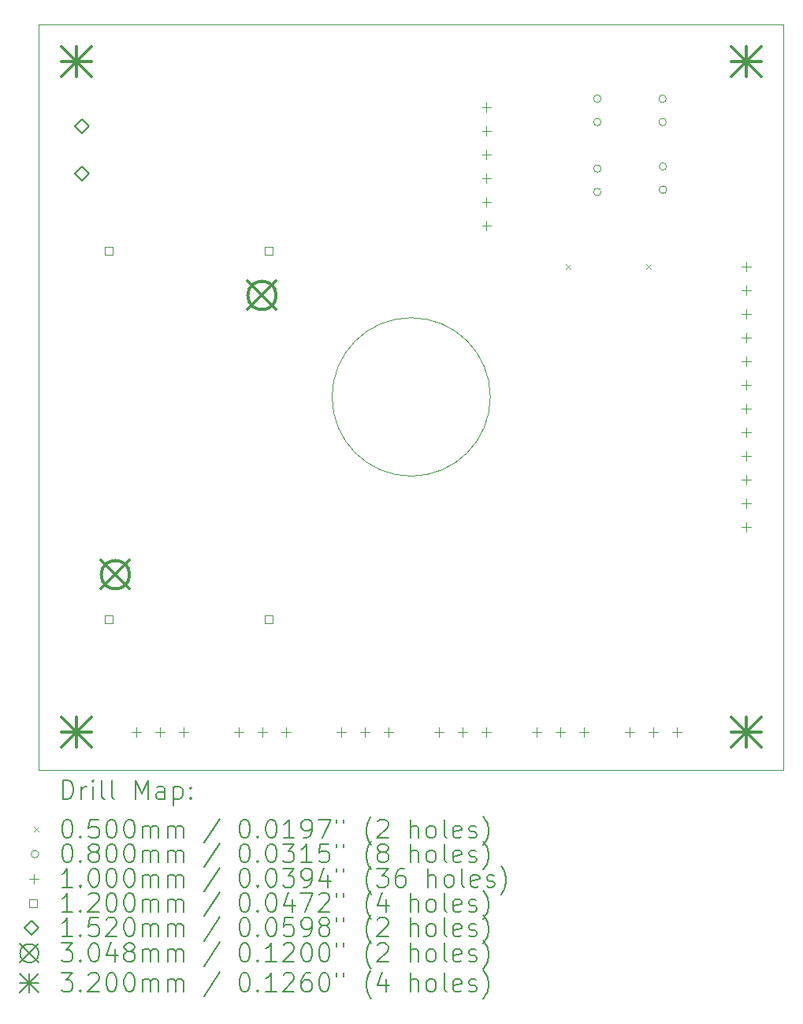
<source format=gbr>
%TF.GenerationSoftware,KiCad,Pcbnew,8.0.4*%
%TF.CreationDate,2025-02-04T16:43:17-05:00*%
%TF.ProjectId,potencia_cubesat,706f7465-6e63-4696-915f-637562657361,rev?*%
%TF.SameCoordinates,Original*%
%TF.FileFunction,Drillmap*%
%TF.FilePolarity,Positive*%
%FSLAX45Y45*%
G04 Gerber Fmt 4.5, Leading zero omitted, Abs format (unit mm)*
G04 Created by KiCad (PCBNEW 8.0.4) date 2025-02-04 16:43:17*
%MOMM*%
%LPD*%
G01*
G04 APERTURE LIST*
%ADD10C,0.050000*%
%ADD11C,0.200000*%
%ADD12C,0.100000*%
%ADD13C,0.120000*%
%ADD14C,0.152000*%
%ADD15C,0.304800*%
%ADD16C,0.320000*%
G04 APERTURE END LIST*
D10*
X50000Y8050000D02*
X8050000Y8050000D01*
X8050000Y50000D01*
X50000Y50000D01*
X50000Y8050000D01*
X4900000Y4050000D02*
G75*
G02*
X3200000Y4050000I-850000J0D01*
G01*
X3200000Y4050000D02*
G75*
G02*
X4900000Y4050000I850000J0D01*
G01*
D11*
D12*
X5715000Y5475000D02*
X5765000Y5425000D01*
X5765000Y5475000D02*
X5715000Y5425000D01*
X6575000Y5475000D02*
X6625000Y5425000D01*
X6625000Y5475000D02*
X6575000Y5425000D01*
X6090000Y7250000D02*
G75*
G02*
X6010000Y7250000I-40000J0D01*
G01*
X6010000Y7250000D02*
G75*
G02*
X6090000Y7250000I40000J0D01*
G01*
X6090000Y7000000D02*
G75*
G02*
X6010000Y7000000I-40000J0D01*
G01*
X6010000Y7000000D02*
G75*
G02*
X6090000Y7000000I40000J0D01*
G01*
X6090000Y6500000D02*
G75*
G02*
X6010000Y6500000I-40000J0D01*
G01*
X6010000Y6500000D02*
G75*
G02*
X6090000Y6500000I40000J0D01*
G01*
X6090000Y6250000D02*
G75*
G02*
X6010000Y6250000I-40000J0D01*
G01*
X6010000Y6250000D02*
G75*
G02*
X6090000Y6250000I40000J0D01*
G01*
X6790000Y7250000D02*
G75*
G02*
X6710000Y7250000I-40000J0D01*
G01*
X6710000Y7250000D02*
G75*
G02*
X6790000Y7250000I40000J0D01*
G01*
X6790000Y7000000D02*
G75*
G02*
X6710000Y7000000I-40000J0D01*
G01*
X6710000Y7000000D02*
G75*
G02*
X6790000Y7000000I40000J0D01*
G01*
X6794860Y6523240D02*
G75*
G02*
X6714860Y6523240I-40000J0D01*
G01*
X6714860Y6523240D02*
G75*
G02*
X6794860Y6523240I40000J0D01*
G01*
X6794860Y6273240D02*
G75*
G02*
X6714860Y6273240I-40000J0D01*
G01*
X6714860Y6273240D02*
G75*
G02*
X6794860Y6273240I40000J0D01*
G01*
X1096000Y500000D02*
X1096000Y400000D01*
X1046000Y450000D02*
X1146000Y450000D01*
X1350000Y500000D02*
X1350000Y400000D01*
X1300000Y450000D02*
X1400000Y450000D01*
X1604000Y500000D02*
X1604000Y400000D01*
X1554000Y450000D02*
X1654000Y450000D01*
X2196000Y500000D02*
X2196000Y400000D01*
X2146000Y450000D02*
X2246000Y450000D01*
X2450000Y500000D02*
X2450000Y400000D01*
X2400000Y450000D02*
X2500000Y450000D01*
X2704000Y500000D02*
X2704000Y400000D01*
X2654000Y450000D02*
X2754000Y450000D01*
X3296000Y500000D02*
X3296000Y400000D01*
X3246000Y450000D02*
X3346000Y450000D01*
X3550000Y500000D02*
X3550000Y400000D01*
X3500000Y450000D02*
X3600000Y450000D01*
X3804000Y500000D02*
X3804000Y400000D01*
X3754000Y450000D02*
X3854000Y450000D01*
X4350000Y500000D02*
X4350000Y400000D01*
X4300000Y450000D02*
X4400000Y450000D01*
X4604000Y500000D02*
X4604000Y400000D01*
X4554000Y450000D02*
X4654000Y450000D01*
X4858000Y500000D02*
X4858000Y400000D01*
X4808000Y450000D02*
X4908000Y450000D01*
X4860095Y7207267D02*
X4860095Y7107267D01*
X4810095Y7157267D02*
X4910095Y7157267D01*
X4860095Y6953267D02*
X4860095Y6853267D01*
X4810095Y6903267D02*
X4910095Y6903267D01*
X4860095Y6699267D02*
X4860095Y6599267D01*
X4810095Y6649267D02*
X4910095Y6649267D01*
X4860095Y6445267D02*
X4860095Y6345267D01*
X4810095Y6395267D02*
X4910095Y6395267D01*
X4860095Y6191267D02*
X4860095Y6091267D01*
X4810095Y6141267D02*
X4910095Y6141267D01*
X4860095Y5937267D02*
X4860095Y5837267D01*
X4810095Y5887267D02*
X4910095Y5887267D01*
X5396000Y500000D02*
X5396000Y400000D01*
X5346000Y450000D02*
X5446000Y450000D01*
X5650000Y500000D02*
X5650000Y400000D01*
X5600000Y450000D02*
X5700000Y450000D01*
X5904000Y500000D02*
X5904000Y400000D01*
X5854000Y450000D02*
X5954000Y450000D01*
X6396000Y500000D02*
X6396000Y400000D01*
X6346000Y450000D02*
X6446000Y450000D01*
X6650000Y500000D02*
X6650000Y400000D01*
X6600000Y450000D02*
X6700000Y450000D01*
X6904000Y500000D02*
X6904000Y400000D01*
X6854000Y450000D02*
X6954000Y450000D01*
X7650000Y5497500D02*
X7650000Y5397500D01*
X7600000Y5447500D02*
X7700000Y5447500D01*
X7650000Y5243500D02*
X7650000Y5143500D01*
X7600000Y5193500D02*
X7700000Y5193500D01*
X7650000Y4989500D02*
X7650000Y4889500D01*
X7600000Y4939500D02*
X7700000Y4939500D01*
X7650000Y4735500D02*
X7650000Y4635500D01*
X7600000Y4685500D02*
X7700000Y4685500D01*
X7650000Y4481500D02*
X7650000Y4381500D01*
X7600000Y4431500D02*
X7700000Y4431500D01*
X7650000Y4227500D02*
X7650000Y4127500D01*
X7600000Y4177500D02*
X7700000Y4177500D01*
X7650000Y3973500D02*
X7650000Y3873500D01*
X7600000Y3923500D02*
X7700000Y3923500D01*
X7650000Y3719500D02*
X7650000Y3619500D01*
X7600000Y3669500D02*
X7700000Y3669500D01*
X7650000Y3465500D02*
X7650000Y3365500D01*
X7600000Y3415500D02*
X7700000Y3415500D01*
X7650000Y3211500D02*
X7650000Y3111500D01*
X7600000Y3161500D02*
X7700000Y3161500D01*
X7650000Y2957500D02*
X7650000Y2857500D01*
X7600000Y2907500D02*
X7700000Y2907500D01*
X7650000Y2703500D02*
X7650000Y2603500D01*
X7600000Y2653500D02*
X7700000Y2653500D01*
D13*
X844677Y5572923D02*
X844677Y5657777D01*
X759823Y5657777D01*
X759823Y5572923D01*
X844677Y5572923D01*
X844677Y1623223D02*
X844677Y1708077D01*
X759823Y1708077D01*
X759823Y1623223D01*
X844677Y1623223D01*
X2559177Y5572923D02*
X2559177Y5657777D01*
X2474323Y5657777D01*
X2474323Y5572923D01*
X2559177Y5572923D01*
X2559177Y1623223D02*
X2559177Y1708077D01*
X2474323Y1708077D01*
X2474323Y1623223D01*
X2559177Y1623223D01*
D14*
X510000Y6878000D02*
X586000Y6954000D01*
X510000Y7030000D01*
X434000Y6954000D01*
X510000Y6878000D01*
X510000Y6370000D02*
X586000Y6446000D01*
X510000Y6522000D01*
X434000Y6446000D01*
X510000Y6370000D01*
D15*
X719700Y2294300D02*
X1024500Y1989500D01*
X1024500Y2294300D02*
X719700Y1989500D01*
X1024500Y2141900D02*
G75*
G02*
X719700Y2141900I-152400J0D01*
G01*
X719700Y2141900D02*
G75*
G02*
X1024500Y2141900I152400J0D01*
G01*
X2294500Y5291500D02*
X2599300Y4986700D01*
X2599300Y5291500D02*
X2294500Y4986700D01*
X2599300Y5139100D02*
G75*
G02*
X2294500Y5139100I-152400J0D01*
G01*
X2294500Y5139100D02*
G75*
G02*
X2599300Y5139100I152400J0D01*
G01*
D16*
X290000Y7810000D02*
X610000Y7490000D01*
X610000Y7810000D02*
X290000Y7490000D01*
X450000Y7810000D02*
X450000Y7490000D01*
X290000Y7650000D02*
X610000Y7650000D01*
X290000Y610000D02*
X610000Y290000D01*
X610000Y610000D02*
X290000Y290000D01*
X450000Y610000D02*
X450000Y290000D01*
X290000Y450000D02*
X610000Y450000D01*
X7490000Y7810000D02*
X7810000Y7490000D01*
X7810000Y7810000D02*
X7490000Y7490000D01*
X7650000Y7810000D02*
X7650000Y7490000D01*
X7490000Y7650000D02*
X7810000Y7650000D01*
X7490000Y610000D02*
X7810000Y290000D01*
X7810000Y610000D02*
X7490000Y290000D01*
X7650000Y610000D02*
X7650000Y290000D01*
X7490000Y450000D02*
X7810000Y450000D01*
D11*
X308277Y-263984D02*
X308277Y-63984D01*
X308277Y-63984D02*
X355896Y-63984D01*
X355896Y-63984D02*
X384467Y-73508D01*
X384467Y-73508D02*
X403515Y-92555D01*
X403515Y-92555D02*
X413039Y-111603D01*
X413039Y-111603D02*
X422562Y-149698D01*
X422562Y-149698D02*
X422562Y-178269D01*
X422562Y-178269D02*
X413039Y-216365D01*
X413039Y-216365D02*
X403515Y-235412D01*
X403515Y-235412D02*
X384467Y-254460D01*
X384467Y-254460D02*
X355896Y-263984D01*
X355896Y-263984D02*
X308277Y-263984D01*
X508277Y-263984D02*
X508277Y-130650D01*
X508277Y-168746D02*
X517801Y-149698D01*
X517801Y-149698D02*
X527324Y-140174D01*
X527324Y-140174D02*
X546372Y-130650D01*
X546372Y-130650D02*
X565420Y-130650D01*
X632086Y-263984D02*
X632086Y-130650D01*
X632086Y-63984D02*
X622563Y-73508D01*
X622563Y-73508D02*
X632086Y-83031D01*
X632086Y-83031D02*
X641610Y-73508D01*
X641610Y-73508D02*
X632086Y-63984D01*
X632086Y-63984D02*
X632086Y-83031D01*
X755896Y-263984D02*
X736848Y-254460D01*
X736848Y-254460D02*
X727324Y-235412D01*
X727324Y-235412D02*
X727324Y-63984D01*
X860658Y-263984D02*
X841610Y-254460D01*
X841610Y-254460D02*
X832086Y-235412D01*
X832086Y-235412D02*
X832086Y-63984D01*
X1089229Y-263984D02*
X1089229Y-63984D01*
X1089229Y-63984D02*
X1155896Y-206841D01*
X1155896Y-206841D02*
X1222563Y-63984D01*
X1222563Y-63984D02*
X1222563Y-263984D01*
X1403515Y-263984D02*
X1403515Y-159222D01*
X1403515Y-159222D02*
X1393991Y-140174D01*
X1393991Y-140174D02*
X1374944Y-130650D01*
X1374944Y-130650D02*
X1336848Y-130650D01*
X1336848Y-130650D02*
X1317801Y-140174D01*
X1403515Y-254460D02*
X1384467Y-263984D01*
X1384467Y-263984D02*
X1336848Y-263984D01*
X1336848Y-263984D02*
X1317801Y-254460D01*
X1317801Y-254460D02*
X1308277Y-235412D01*
X1308277Y-235412D02*
X1308277Y-216365D01*
X1308277Y-216365D02*
X1317801Y-197317D01*
X1317801Y-197317D02*
X1336848Y-187793D01*
X1336848Y-187793D02*
X1384467Y-187793D01*
X1384467Y-187793D02*
X1403515Y-178269D01*
X1498753Y-130650D02*
X1498753Y-330650D01*
X1498753Y-140174D02*
X1517801Y-130650D01*
X1517801Y-130650D02*
X1555896Y-130650D01*
X1555896Y-130650D02*
X1574943Y-140174D01*
X1574943Y-140174D02*
X1584467Y-149698D01*
X1584467Y-149698D02*
X1593991Y-168746D01*
X1593991Y-168746D02*
X1593991Y-225888D01*
X1593991Y-225888D02*
X1584467Y-244936D01*
X1584467Y-244936D02*
X1574943Y-254460D01*
X1574943Y-254460D02*
X1555896Y-263984D01*
X1555896Y-263984D02*
X1517801Y-263984D01*
X1517801Y-263984D02*
X1498753Y-254460D01*
X1679705Y-244936D02*
X1689229Y-254460D01*
X1689229Y-254460D02*
X1679705Y-263984D01*
X1679705Y-263984D02*
X1670182Y-254460D01*
X1670182Y-254460D02*
X1679705Y-244936D01*
X1679705Y-244936D02*
X1679705Y-263984D01*
X1679705Y-140174D02*
X1689229Y-149698D01*
X1689229Y-149698D02*
X1679705Y-159222D01*
X1679705Y-159222D02*
X1670182Y-149698D01*
X1670182Y-149698D02*
X1679705Y-140174D01*
X1679705Y-140174D02*
X1679705Y-159222D01*
D12*
X-2500Y-567500D02*
X47500Y-617500D01*
X47500Y-567500D02*
X-2500Y-617500D01*
D11*
X346372Y-483984D02*
X365420Y-483984D01*
X365420Y-483984D02*
X384467Y-493508D01*
X384467Y-493508D02*
X393991Y-503031D01*
X393991Y-503031D02*
X403515Y-522079D01*
X403515Y-522079D02*
X413039Y-560174D01*
X413039Y-560174D02*
X413039Y-607793D01*
X413039Y-607793D02*
X403515Y-645889D01*
X403515Y-645889D02*
X393991Y-664936D01*
X393991Y-664936D02*
X384467Y-674460D01*
X384467Y-674460D02*
X365420Y-683984D01*
X365420Y-683984D02*
X346372Y-683984D01*
X346372Y-683984D02*
X327324Y-674460D01*
X327324Y-674460D02*
X317801Y-664936D01*
X317801Y-664936D02*
X308277Y-645889D01*
X308277Y-645889D02*
X298753Y-607793D01*
X298753Y-607793D02*
X298753Y-560174D01*
X298753Y-560174D02*
X308277Y-522079D01*
X308277Y-522079D02*
X317801Y-503031D01*
X317801Y-503031D02*
X327324Y-493508D01*
X327324Y-493508D02*
X346372Y-483984D01*
X498753Y-664936D02*
X508277Y-674460D01*
X508277Y-674460D02*
X498753Y-683984D01*
X498753Y-683984D02*
X489229Y-674460D01*
X489229Y-674460D02*
X498753Y-664936D01*
X498753Y-664936D02*
X498753Y-683984D01*
X689229Y-483984D02*
X593991Y-483984D01*
X593991Y-483984D02*
X584467Y-579222D01*
X584467Y-579222D02*
X593991Y-569698D01*
X593991Y-569698D02*
X613039Y-560174D01*
X613039Y-560174D02*
X660658Y-560174D01*
X660658Y-560174D02*
X679705Y-569698D01*
X679705Y-569698D02*
X689229Y-579222D01*
X689229Y-579222D02*
X698753Y-598270D01*
X698753Y-598270D02*
X698753Y-645889D01*
X698753Y-645889D02*
X689229Y-664936D01*
X689229Y-664936D02*
X679705Y-674460D01*
X679705Y-674460D02*
X660658Y-683984D01*
X660658Y-683984D02*
X613039Y-683984D01*
X613039Y-683984D02*
X593991Y-674460D01*
X593991Y-674460D02*
X584467Y-664936D01*
X822562Y-483984D02*
X841610Y-483984D01*
X841610Y-483984D02*
X860658Y-493508D01*
X860658Y-493508D02*
X870182Y-503031D01*
X870182Y-503031D02*
X879705Y-522079D01*
X879705Y-522079D02*
X889229Y-560174D01*
X889229Y-560174D02*
X889229Y-607793D01*
X889229Y-607793D02*
X879705Y-645889D01*
X879705Y-645889D02*
X870182Y-664936D01*
X870182Y-664936D02*
X860658Y-674460D01*
X860658Y-674460D02*
X841610Y-683984D01*
X841610Y-683984D02*
X822562Y-683984D01*
X822562Y-683984D02*
X803515Y-674460D01*
X803515Y-674460D02*
X793991Y-664936D01*
X793991Y-664936D02*
X784467Y-645889D01*
X784467Y-645889D02*
X774943Y-607793D01*
X774943Y-607793D02*
X774943Y-560174D01*
X774943Y-560174D02*
X784467Y-522079D01*
X784467Y-522079D02*
X793991Y-503031D01*
X793991Y-503031D02*
X803515Y-493508D01*
X803515Y-493508D02*
X822562Y-483984D01*
X1013039Y-483984D02*
X1032086Y-483984D01*
X1032086Y-483984D02*
X1051134Y-493508D01*
X1051134Y-493508D02*
X1060658Y-503031D01*
X1060658Y-503031D02*
X1070182Y-522079D01*
X1070182Y-522079D02*
X1079705Y-560174D01*
X1079705Y-560174D02*
X1079705Y-607793D01*
X1079705Y-607793D02*
X1070182Y-645889D01*
X1070182Y-645889D02*
X1060658Y-664936D01*
X1060658Y-664936D02*
X1051134Y-674460D01*
X1051134Y-674460D02*
X1032086Y-683984D01*
X1032086Y-683984D02*
X1013039Y-683984D01*
X1013039Y-683984D02*
X993991Y-674460D01*
X993991Y-674460D02*
X984467Y-664936D01*
X984467Y-664936D02*
X974943Y-645889D01*
X974943Y-645889D02*
X965420Y-607793D01*
X965420Y-607793D02*
X965420Y-560174D01*
X965420Y-560174D02*
X974943Y-522079D01*
X974943Y-522079D02*
X984467Y-503031D01*
X984467Y-503031D02*
X993991Y-493508D01*
X993991Y-493508D02*
X1013039Y-483984D01*
X1165420Y-683984D02*
X1165420Y-550650D01*
X1165420Y-569698D02*
X1174944Y-560174D01*
X1174944Y-560174D02*
X1193991Y-550650D01*
X1193991Y-550650D02*
X1222563Y-550650D01*
X1222563Y-550650D02*
X1241610Y-560174D01*
X1241610Y-560174D02*
X1251134Y-579222D01*
X1251134Y-579222D02*
X1251134Y-683984D01*
X1251134Y-579222D02*
X1260658Y-560174D01*
X1260658Y-560174D02*
X1279705Y-550650D01*
X1279705Y-550650D02*
X1308277Y-550650D01*
X1308277Y-550650D02*
X1327325Y-560174D01*
X1327325Y-560174D02*
X1336848Y-579222D01*
X1336848Y-579222D02*
X1336848Y-683984D01*
X1432086Y-683984D02*
X1432086Y-550650D01*
X1432086Y-569698D02*
X1441610Y-560174D01*
X1441610Y-560174D02*
X1460658Y-550650D01*
X1460658Y-550650D02*
X1489229Y-550650D01*
X1489229Y-550650D02*
X1508277Y-560174D01*
X1508277Y-560174D02*
X1517801Y-579222D01*
X1517801Y-579222D02*
X1517801Y-683984D01*
X1517801Y-579222D02*
X1527324Y-560174D01*
X1527324Y-560174D02*
X1546372Y-550650D01*
X1546372Y-550650D02*
X1574943Y-550650D01*
X1574943Y-550650D02*
X1593991Y-560174D01*
X1593991Y-560174D02*
X1603515Y-579222D01*
X1603515Y-579222D02*
X1603515Y-683984D01*
X1993991Y-474460D02*
X1822563Y-731603D01*
X2251134Y-483984D02*
X2270182Y-483984D01*
X2270182Y-483984D02*
X2289229Y-493508D01*
X2289229Y-493508D02*
X2298753Y-503031D01*
X2298753Y-503031D02*
X2308277Y-522079D01*
X2308277Y-522079D02*
X2317801Y-560174D01*
X2317801Y-560174D02*
X2317801Y-607793D01*
X2317801Y-607793D02*
X2308277Y-645889D01*
X2308277Y-645889D02*
X2298753Y-664936D01*
X2298753Y-664936D02*
X2289229Y-674460D01*
X2289229Y-674460D02*
X2270182Y-683984D01*
X2270182Y-683984D02*
X2251134Y-683984D01*
X2251134Y-683984D02*
X2232087Y-674460D01*
X2232087Y-674460D02*
X2222563Y-664936D01*
X2222563Y-664936D02*
X2213039Y-645889D01*
X2213039Y-645889D02*
X2203515Y-607793D01*
X2203515Y-607793D02*
X2203515Y-560174D01*
X2203515Y-560174D02*
X2213039Y-522079D01*
X2213039Y-522079D02*
X2222563Y-503031D01*
X2222563Y-503031D02*
X2232087Y-493508D01*
X2232087Y-493508D02*
X2251134Y-483984D01*
X2403515Y-664936D02*
X2413039Y-674460D01*
X2413039Y-674460D02*
X2403515Y-683984D01*
X2403515Y-683984D02*
X2393991Y-674460D01*
X2393991Y-674460D02*
X2403515Y-664936D01*
X2403515Y-664936D02*
X2403515Y-683984D01*
X2536848Y-483984D02*
X2555896Y-483984D01*
X2555896Y-483984D02*
X2574944Y-493508D01*
X2574944Y-493508D02*
X2584468Y-503031D01*
X2584468Y-503031D02*
X2593991Y-522079D01*
X2593991Y-522079D02*
X2603515Y-560174D01*
X2603515Y-560174D02*
X2603515Y-607793D01*
X2603515Y-607793D02*
X2593991Y-645889D01*
X2593991Y-645889D02*
X2584468Y-664936D01*
X2584468Y-664936D02*
X2574944Y-674460D01*
X2574944Y-674460D02*
X2555896Y-683984D01*
X2555896Y-683984D02*
X2536848Y-683984D01*
X2536848Y-683984D02*
X2517801Y-674460D01*
X2517801Y-674460D02*
X2508277Y-664936D01*
X2508277Y-664936D02*
X2498753Y-645889D01*
X2498753Y-645889D02*
X2489229Y-607793D01*
X2489229Y-607793D02*
X2489229Y-560174D01*
X2489229Y-560174D02*
X2498753Y-522079D01*
X2498753Y-522079D02*
X2508277Y-503031D01*
X2508277Y-503031D02*
X2517801Y-493508D01*
X2517801Y-493508D02*
X2536848Y-483984D01*
X2793991Y-683984D02*
X2679706Y-683984D01*
X2736848Y-683984D02*
X2736848Y-483984D01*
X2736848Y-483984D02*
X2717801Y-512555D01*
X2717801Y-512555D02*
X2698753Y-531603D01*
X2698753Y-531603D02*
X2679706Y-541127D01*
X2889229Y-683984D02*
X2927325Y-683984D01*
X2927325Y-683984D02*
X2946372Y-674460D01*
X2946372Y-674460D02*
X2955896Y-664936D01*
X2955896Y-664936D02*
X2974944Y-636365D01*
X2974944Y-636365D02*
X2984467Y-598270D01*
X2984467Y-598270D02*
X2984467Y-522079D01*
X2984467Y-522079D02*
X2974944Y-503031D01*
X2974944Y-503031D02*
X2965420Y-493508D01*
X2965420Y-493508D02*
X2946372Y-483984D01*
X2946372Y-483984D02*
X2908277Y-483984D01*
X2908277Y-483984D02*
X2889229Y-493508D01*
X2889229Y-493508D02*
X2879706Y-503031D01*
X2879706Y-503031D02*
X2870182Y-522079D01*
X2870182Y-522079D02*
X2870182Y-569698D01*
X2870182Y-569698D02*
X2879706Y-588746D01*
X2879706Y-588746D02*
X2889229Y-598270D01*
X2889229Y-598270D02*
X2908277Y-607793D01*
X2908277Y-607793D02*
X2946372Y-607793D01*
X2946372Y-607793D02*
X2965420Y-598270D01*
X2965420Y-598270D02*
X2974944Y-588746D01*
X2974944Y-588746D02*
X2984467Y-569698D01*
X3051134Y-483984D02*
X3184467Y-483984D01*
X3184467Y-483984D02*
X3098753Y-683984D01*
X3251134Y-483984D02*
X3251134Y-522079D01*
X3327325Y-483984D02*
X3327325Y-522079D01*
X3622563Y-760174D02*
X3613039Y-750650D01*
X3613039Y-750650D02*
X3593991Y-722079D01*
X3593991Y-722079D02*
X3584468Y-703031D01*
X3584468Y-703031D02*
X3574944Y-674460D01*
X3574944Y-674460D02*
X3565420Y-626841D01*
X3565420Y-626841D02*
X3565420Y-588746D01*
X3565420Y-588746D02*
X3574944Y-541127D01*
X3574944Y-541127D02*
X3584468Y-512555D01*
X3584468Y-512555D02*
X3593991Y-493508D01*
X3593991Y-493508D02*
X3613039Y-464936D01*
X3613039Y-464936D02*
X3622563Y-455412D01*
X3689229Y-503031D02*
X3698753Y-493508D01*
X3698753Y-493508D02*
X3717801Y-483984D01*
X3717801Y-483984D02*
X3765420Y-483984D01*
X3765420Y-483984D02*
X3784468Y-493508D01*
X3784468Y-493508D02*
X3793991Y-503031D01*
X3793991Y-503031D02*
X3803515Y-522079D01*
X3803515Y-522079D02*
X3803515Y-541127D01*
X3803515Y-541127D02*
X3793991Y-569698D01*
X3793991Y-569698D02*
X3679706Y-683984D01*
X3679706Y-683984D02*
X3803515Y-683984D01*
X4041610Y-683984D02*
X4041610Y-483984D01*
X4127325Y-683984D02*
X4127325Y-579222D01*
X4127325Y-579222D02*
X4117801Y-560174D01*
X4117801Y-560174D02*
X4098753Y-550650D01*
X4098753Y-550650D02*
X4070182Y-550650D01*
X4070182Y-550650D02*
X4051134Y-560174D01*
X4051134Y-560174D02*
X4041610Y-569698D01*
X4251134Y-683984D02*
X4232087Y-674460D01*
X4232087Y-674460D02*
X4222563Y-664936D01*
X4222563Y-664936D02*
X4213039Y-645889D01*
X4213039Y-645889D02*
X4213039Y-588746D01*
X4213039Y-588746D02*
X4222563Y-569698D01*
X4222563Y-569698D02*
X4232087Y-560174D01*
X4232087Y-560174D02*
X4251134Y-550650D01*
X4251134Y-550650D02*
X4279706Y-550650D01*
X4279706Y-550650D02*
X4298753Y-560174D01*
X4298753Y-560174D02*
X4308277Y-569698D01*
X4308277Y-569698D02*
X4317801Y-588746D01*
X4317801Y-588746D02*
X4317801Y-645889D01*
X4317801Y-645889D02*
X4308277Y-664936D01*
X4308277Y-664936D02*
X4298753Y-674460D01*
X4298753Y-674460D02*
X4279706Y-683984D01*
X4279706Y-683984D02*
X4251134Y-683984D01*
X4432087Y-683984D02*
X4413039Y-674460D01*
X4413039Y-674460D02*
X4403515Y-655412D01*
X4403515Y-655412D02*
X4403515Y-483984D01*
X4584468Y-674460D02*
X4565420Y-683984D01*
X4565420Y-683984D02*
X4527325Y-683984D01*
X4527325Y-683984D02*
X4508277Y-674460D01*
X4508277Y-674460D02*
X4498753Y-655412D01*
X4498753Y-655412D02*
X4498753Y-579222D01*
X4498753Y-579222D02*
X4508277Y-560174D01*
X4508277Y-560174D02*
X4527325Y-550650D01*
X4527325Y-550650D02*
X4565420Y-550650D01*
X4565420Y-550650D02*
X4584468Y-560174D01*
X4584468Y-560174D02*
X4593992Y-579222D01*
X4593992Y-579222D02*
X4593992Y-598270D01*
X4593992Y-598270D02*
X4498753Y-617317D01*
X4670182Y-674460D02*
X4689230Y-683984D01*
X4689230Y-683984D02*
X4727325Y-683984D01*
X4727325Y-683984D02*
X4746373Y-674460D01*
X4746373Y-674460D02*
X4755896Y-655412D01*
X4755896Y-655412D02*
X4755896Y-645889D01*
X4755896Y-645889D02*
X4746373Y-626841D01*
X4746373Y-626841D02*
X4727325Y-617317D01*
X4727325Y-617317D02*
X4698753Y-617317D01*
X4698753Y-617317D02*
X4679706Y-607793D01*
X4679706Y-607793D02*
X4670182Y-588746D01*
X4670182Y-588746D02*
X4670182Y-579222D01*
X4670182Y-579222D02*
X4679706Y-560174D01*
X4679706Y-560174D02*
X4698753Y-550650D01*
X4698753Y-550650D02*
X4727325Y-550650D01*
X4727325Y-550650D02*
X4746373Y-560174D01*
X4822563Y-760174D02*
X4832087Y-750650D01*
X4832087Y-750650D02*
X4851134Y-722079D01*
X4851134Y-722079D02*
X4860658Y-703031D01*
X4860658Y-703031D02*
X4870182Y-674460D01*
X4870182Y-674460D02*
X4879706Y-626841D01*
X4879706Y-626841D02*
X4879706Y-588746D01*
X4879706Y-588746D02*
X4870182Y-541127D01*
X4870182Y-541127D02*
X4860658Y-512555D01*
X4860658Y-512555D02*
X4851134Y-493508D01*
X4851134Y-493508D02*
X4832087Y-464936D01*
X4832087Y-464936D02*
X4822563Y-455412D01*
D12*
X47500Y-856500D02*
G75*
G02*
X-32500Y-856500I-40000J0D01*
G01*
X-32500Y-856500D02*
G75*
G02*
X47500Y-856500I40000J0D01*
G01*
D11*
X346372Y-747984D02*
X365420Y-747984D01*
X365420Y-747984D02*
X384467Y-757508D01*
X384467Y-757508D02*
X393991Y-767031D01*
X393991Y-767031D02*
X403515Y-786079D01*
X403515Y-786079D02*
X413039Y-824174D01*
X413039Y-824174D02*
X413039Y-871793D01*
X413039Y-871793D02*
X403515Y-909888D01*
X403515Y-909888D02*
X393991Y-928936D01*
X393991Y-928936D02*
X384467Y-938460D01*
X384467Y-938460D02*
X365420Y-947984D01*
X365420Y-947984D02*
X346372Y-947984D01*
X346372Y-947984D02*
X327324Y-938460D01*
X327324Y-938460D02*
X317801Y-928936D01*
X317801Y-928936D02*
X308277Y-909888D01*
X308277Y-909888D02*
X298753Y-871793D01*
X298753Y-871793D02*
X298753Y-824174D01*
X298753Y-824174D02*
X308277Y-786079D01*
X308277Y-786079D02*
X317801Y-767031D01*
X317801Y-767031D02*
X327324Y-757508D01*
X327324Y-757508D02*
X346372Y-747984D01*
X498753Y-928936D02*
X508277Y-938460D01*
X508277Y-938460D02*
X498753Y-947984D01*
X498753Y-947984D02*
X489229Y-938460D01*
X489229Y-938460D02*
X498753Y-928936D01*
X498753Y-928936D02*
X498753Y-947984D01*
X622563Y-833698D02*
X603515Y-824174D01*
X603515Y-824174D02*
X593991Y-814650D01*
X593991Y-814650D02*
X584467Y-795603D01*
X584467Y-795603D02*
X584467Y-786079D01*
X584467Y-786079D02*
X593991Y-767031D01*
X593991Y-767031D02*
X603515Y-757508D01*
X603515Y-757508D02*
X622563Y-747984D01*
X622563Y-747984D02*
X660658Y-747984D01*
X660658Y-747984D02*
X679705Y-757508D01*
X679705Y-757508D02*
X689229Y-767031D01*
X689229Y-767031D02*
X698753Y-786079D01*
X698753Y-786079D02*
X698753Y-795603D01*
X698753Y-795603D02*
X689229Y-814650D01*
X689229Y-814650D02*
X679705Y-824174D01*
X679705Y-824174D02*
X660658Y-833698D01*
X660658Y-833698D02*
X622563Y-833698D01*
X622563Y-833698D02*
X603515Y-843222D01*
X603515Y-843222D02*
X593991Y-852746D01*
X593991Y-852746D02*
X584467Y-871793D01*
X584467Y-871793D02*
X584467Y-909888D01*
X584467Y-909888D02*
X593991Y-928936D01*
X593991Y-928936D02*
X603515Y-938460D01*
X603515Y-938460D02*
X622563Y-947984D01*
X622563Y-947984D02*
X660658Y-947984D01*
X660658Y-947984D02*
X679705Y-938460D01*
X679705Y-938460D02*
X689229Y-928936D01*
X689229Y-928936D02*
X698753Y-909888D01*
X698753Y-909888D02*
X698753Y-871793D01*
X698753Y-871793D02*
X689229Y-852746D01*
X689229Y-852746D02*
X679705Y-843222D01*
X679705Y-843222D02*
X660658Y-833698D01*
X822562Y-747984D02*
X841610Y-747984D01*
X841610Y-747984D02*
X860658Y-757508D01*
X860658Y-757508D02*
X870182Y-767031D01*
X870182Y-767031D02*
X879705Y-786079D01*
X879705Y-786079D02*
X889229Y-824174D01*
X889229Y-824174D02*
X889229Y-871793D01*
X889229Y-871793D02*
X879705Y-909888D01*
X879705Y-909888D02*
X870182Y-928936D01*
X870182Y-928936D02*
X860658Y-938460D01*
X860658Y-938460D02*
X841610Y-947984D01*
X841610Y-947984D02*
X822562Y-947984D01*
X822562Y-947984D02*
X803515Y-938460D01*
X803515Y-938460D02*
X793991Y-928936D01*
X793991Y-928936D02*
X784467Y-909888D01*
X784467Y-909888D02*
X774943Y-871793D01*
X774943Y-871793D02*
X774943Y-824174D01*
X774943Y-824174D02*
X784467Y-786079D01*
X784467Y-786079D02*
X793991Y-767031D01*
X793991Y-767031D02*
X803515Y-757508D01*
X803515Y-757508D02*
X822562Y-747984D01*
X1013039Y-747984D02*
X1032086Y-747984D01*
X1032086Y-747984D02*
X1051134Y-757508D01*
X1051134Y-757508D02*
X1060658Y-767031D01*
X1060658Y-767031D02*
X1070182Y-786079D01*
X1070182Y-786079D02*
X1079705Y-824174D01*
X1079705Y-824174D02*
X1079705Y-871793D01*
X1079705Y-871793D02*
X1070182Y-909888D01*
X1070182Y-909888D02*
X1060658Y-928936D01*
X1060658Y-928936D02*
X1051134Y-938460D01*
X1051134Y-938460D02*
X1032086Y-947984D01*
X1032086Y-947984D02*
X1013039Y-947984D01*
X1013039Y-947984D02*
X993991Y-938460D01*
X993991Y-938460D02*
X984467Y-928936D01*
X984467Y-928936D02*
X974943Y-909888D01*
X974943Y-909888D02*
X965420Y-871793D01*
X965420Y-871793D02*
X965420Y-824174D01*
X965420Y-824174D02*
X974943Y-786079D01*
X974943Y-786079D02*
X984467Y-767031D01*
X984467Y-767031D02*
X993991Y-757508D01*
X993991Y-757508D02*
X1013039Y-747984D01*
X1165420Y-947984D02*
X1165420Y-814650D01*
X1165420Y-833698D02*
X1174944Y-824174D01*
X1174944Y-824174D02*
X1193991Y-814650D01*
X1193991Y-814650D02*
X1222563Y-814650D01*
X1222563Y-814650D02*
X1241610Y-824174D01*
X1241610Y-824174D02*
X1251134Y-843222D01*
X1251134Y-843222D02*
X1251134Y-947984D01*
X1251134Y-843222D02*
X1260658Y-824174D01*
X1260658Y-824174D02*
X1279705Y-814650D01*
X1279705Y-814650D02*
X1308277Y-814650D01*
X1308277Y-814650D02*
X1327325Y-824174D01*
X1327325Y-824174D02*
X1336848Y-843222D01*
X1336848Y-843222D02*
X1336848Y-947984D01*
X1432086Y-947984D02*
X1432086Y-814650D01*
X1432086Y-833698D02*
X1441610Y-824174D01*
X1441610Y-824174D02*
X1460658Y-814650D01*
X1460658Y-814650D02*
X1489229Y-814650D01*
X1489229Y-814650D02*
X1508277Y-824174D01*
X1508277Y-824174D02*
X1517801Y-843222D01*
X1517801Y-843222D02*
X1517801Y-947984D01*
X1517801Y-843222D02*
X1527324Y-824174D01*
X1527324Y-824174D02*
X1546372Y-814650D01*
X1546372Y-814650D02*
X1574943Y-814650D01*
X1574943Y-814650D02*
X1593991Y-824174D01*
X1593991Y-824174D02*
X1603515Y-843222D01*
X1603515Y-843222D02*
X1603515Y-947984D01*
X1993991Y-738460D02*
X1822563Y-995603D01*
X2251134Y-747984D02*
X2270182Y-747984D01*
X2270182Y-747984D02*
X2289229Y-757508D01*
X2289229Y-757508D02*
X2298753Y-767031D01*
X2298753Y-767031D02*
X2308277Y-786079D01*
X2308277Y-786079D02*
X2317801Y-824174D01*
X2317801Y-824174D02*
X2317801Y-871793D01*
X2317801Y-871793D02*
X2308277Y-909888D01*
X2308277Y-909888D02*
X2298753Y-928936D01*
X2298753Y-928936D02*
X2289229Y-938460D01*
X2289229Y-938460D02*
X2270182Y-947984D01*
X2270182Y-947984D02*
X2251134Y-947984D01*
X2251134Y-947984D02*
X2232087Y-938460D01*
X2232087Y-938460D02*
X2222563Y-928936D01*
X2222563Y-928936D02*
X2213039Y-909888D01*
X2213039Y-909888D02*
X2203515Y-871793D01*
X2203515Y-871793D02*
X2203515Y-824174D01*
X2203515Y-824174D02*
X2213039Y-786079D01*
X2213039Y-786079D02*
X2222563Y-767031D01*
X2222563Y-767031D02*
X2232087Y-757508D01*
X2232087Y-757508D02*
X2251134Y-747984D01*
X2403515Y-928936D02*
X2413039Y-938460D01*
X2413039Y-938460D02*
X2403515Y-947984D01*
X2403515Y-947984D02*
X2393991Y-938460D01*
X2393991Y-938460D02*
X2403515Y-928936D01*
X2403515Y-928936D02*
X2403515Y-947984D01*
X2536848Y-747984D02*
X2555896Y-747984D01*
X2555896Y-747984D02*
X2574944Y-757508D01*
X2574944Y-757508D02*
X2584468Y-767031D01*
X2584468Y-767031D02*
X2593991Y-786079D01*
X2593991Y-786079D02*
X2603515Y-824174D01*
X2603515Y-824174D02*
X2603515Y-871793D01*
X2603515Y-871793D02*
X2593991Y-909888D01*
X2593991Y-909888D02*
X2584468Y-928936D01*
X2584468Y-928936D02*
X2574944Y-938460D01*
X2574944Y-938460D02*
X2555896Y-947984D01*
X2555896Y-947984D02*
X2536848Y-947984D01*
X2536848Y-947984D02*
X2517801Y-938460D01*
X2517801Y-938460D02*
X2508277Y-928936D01*
X2508277Y-928936D02*
X2498753Y-909888D01*
X2498753Y-909888D02*
X2489229Y-871793D01*
X2489229Y-871793D02*
X2489229Y-824174D01*
X2489229Y-824174D02*
X2498753Y-786079D01*
X2498753Y-786079D02*
X2508277Y-767031D01*
X2508277Y-767031D02*
X2517801Y-757508D01*
X2517801Y-757508D02*
X2536848Y-747984D01*
X2670182Y-747984D02*
X2793991Y-747984D01*
X2793991Y-747984D02*
X2727325Y-824174D01*
X2727325Y-824174D02*
X2755896Y-824174D01*
X2755896Y-824174D02*
X2774944Y-833698D01*
X2774944Y-833698D02*
X2784468Y-843222D01*
X2784468Y-843222D02*
X2793991Y-862269D01*
X2793991Y-862269D02*
X2793991Y-909888D01*
X2793991Y-909888D02*
X2784468Y-928936D01*
X2784468Y-928936D02*
X2774944Y-938460D01*
X2774944Y-938460D02*
X2755896Y-947984D01*
X2755896Y-947984D02*
X2698753Y-947984D01*
X2698753Y-947984D02*
X2679706Y-938460D01*
X2679706Y-938460D02*
X2670182Y-928936D01*
X2984467Y-947984D02*
X2870182Y-947984D01*
X2927325Y-947984D02*
X2927325Y-747984D01*
X2927325Y-747984D02*
X2908277Y-776555D01*
X2908277Y-776555D02*
X2889229Y-795603D01*
X2889229Y-795603D02*
X2870182Y-805127D01*
X3165420Y-747984D02*
X3070182Y-747984D01*
X3070182Y-747984D02*
X3060658Y-843222D01*
X3060658Y-843222D02*
X3070182Y-833698D01*
X3070182Y-833698D02*
X3089229Y-824174D01*
X3089229Y-824174D02*
X3136848Y-824174D01*
X3136848Y-824174D02*
X3155896Y-833698D01*
X3155896Y-833698D02*
X3165420Y-843222D01*
X3165420Y-843222D02*
X3174944Y-862269D01*
X3174944Y-862269D02*
X3174944Y-909888D01*
X3174944Y-909888D02*
X3165420Y-928936D01*
X3165420Y-928936D02*
X3155896Y-938460D01*
X3155896Y-938460D02*
X3136848Y-947984D01*
X3136848Y-947984D02*
X3089229Y-947984D01*
X3089229Y-947984D02*
X3070182Y-938460D01*
X3070182Y-938460D02*
X3060658Y-928936D01*
X3251134Y-747984D02*
X3251134Y-786079D01*
X3327325Y-747984D02*
X3327325Y-786079D01*
X3622563Y-1024174D02*
X3613039Y-1014650D01*
X3613039Y-1014650D02*
X3593991Y-986079D01*
X3593991Y-986079D02*
X3584468Y-967031D01*
X3584468Y-967031D02*
X3574944Y-938460D01*
X3574944Y-938460D02*
X3565420Y-890841D01*
X3565420Y-890841D02*
X3565420Y-852746D01*
X3565420Y-852746D02*
X3574944Y-805127D01*
X3574944Y-805127D02*
X3584468Y-776555D01*
X3584468Y-776555D02*
X3593991Y-757508D01*
X3593991Y-757508D02*
X3613039Y-728936D01*
X3613039Y-728936D02*
X3622563Y-719412D01*
X3727325Y-833698D02*
X3708277Y-824174D01*
X3708277Y-824174D02*
X3698753Y-814650D01*
X3698753Y-814650D02*
X3689229Y-795603D01*
X3689229Y-795603D02*
X3689229Y-786079D01*
X3689229Y-786079D02*
X3698753Y-767031D01*
X3698753Y-767031D02*
X3708277Y-757508D01*
X3708277Y-757508D02*
X3727325Y-747984D01*
X3727325Y-747984D02*
X3765420Y-747984D01*
X3765420Y-747984D02*
X3784468Y-757508D01*
X3784468Y-757508D02*
X3793991Y-767031D01*
X3793991Y-767031D02*
X3803515Y-786079D01*
X3803515Y-786079D02*
X3803515Y-795603D01*
X3803515Y-795603D02*
X3793991Y-814650D01*
X3793991Y-814650D02*
X3784468Y-824174D01*
X3784468Y-824174D02*
X3765420Y-833698D01*
X3765420Y-833698D02*
X3727325Y-833698D01*
X3727325Y-833698D02*
X3708277Y-843222D01*
X3708277Y-843222D02*
X3698753Y-852746D01*
X3698753Y-852746D02*
X3689229Y-871793D01*
X3689229Y-871793D02*
X3689229Y-909888D01*
X3689229Y-909888D02*
X3698753Y-928936D01*
X3698753Y-928936D02*
X3708277Y-938460D01*
X3708277Y-938460D02*
X3727325Y-947984D01*
X3727325Y-947984D02*
X3765420Y-947984D01*
X3765420Y-947984D02*
X3784468Y-938460D01*
X3784468Y-938460D02*
X3793991Y-928936D01*
X3793991Y-928936D02*
X3803515Y-909888D01*
X3803515Y-909888D02*
X3803515Y-871793D01*
X3803515Y-871793D02*
X3793991Y-852746D01*
X3793991Y-852746D02*
X3784468Y-843222D01*
X3784468Y-843222D02*
X3765420Y-833698D01*
X4041610Y-947984D02*
X4041610Y-747984D01*
X4127325Y-947984D02*
X4127325Y-843222D01*
X4127325Y-843222D02*
X4117801Y-824174D01*
X4117801Y-824174D02*
X4098753Y-814650D01*
X4098753Y-814650D02*
X4070182Y-814650D01*
X4070182Y-814650D02*
X4051134Y-824174D01*
X4051134Y-824174D02*
X4041610Y-833698D01*
X4251134Y-947984D02*
X4232087Y-938460D01*
X4232087Y-938460D02*
X4222563Y-928936D01*
X4222563Y-928936D02*
X4213039Y-909888D01*
X4213039Y-909888D02*
X4213039Y-852746D01*
X4213039Y-852746D02*
X4222563Y-833698D01*
X4222563Y-833698D02*
X4232087Y-824174D01*
X4232087Y-824174D02*
X4251134Y-814650D01*
X4251134Y-814650D02*
X4279706Y-814650D01*
X4279706Y-814650D02*
X4298753Y-824174D01*
X4298753Y-824174D02*
X4308277Y-833698D01*
X4308277Y-833698D02*
X4317801Y-852746D01*
X4317801Y-852746D02*
X4317801Y-909888D01*
X4317801Y-909888D02*
X4308277Y-928936D01*
X4308277Y-928936D02*
X4298753Y-938460D01*
X4298753Y-938460D02*
X4279706Y-947984D01*
X4279706Y-947984D02*
X4251134Y-947984D01*
X4432087Y-947984D02*
X4413039Y-938460D01*
X4413039Y-938460D02*
X4403515Y-919412D01*
X4403515Y-919412D02*
X4403515Y-747984D01*
X4584468Y-938460D02*
X4565420Y-947984D01*
X4565420Y-947984D02*
X4527325Y-947984D01*
X4527325Y-947984D02*
X4508277Y-938460D01*
X4508277Y-938460D02*
X4498753Y-919412D01*
X4498753Y-919412D02*
X4498753Y-843222D01*
X4498753Y-843222D02*
X4508277Y-824174D01*
X4508277Y-824174D02*
X4527325Y-814650D01*
X4527325Y-814650D02*
X4565420Y-814650D01*
X4565420Y-814650D02*
X4584468Y-824174D01*
X4584468Y-824174D02*
X4593992Y-843222D01*
X4593992Y-843222D02*
X4593992Y-862269D01*
X4593992Y-862269D02*
X4498753Y-881317D01*
X4670182Y-938460D02*
X4689230Y-947984D01*
X4689230Y-947984D02*
X4727325Y-947984D01*
X4727325Y-947984D02*
X4746373Y-938460D01*
X4746373Y-938460D02*
X4755896Y-919412D01*
X4755896Y-919412D02*
X4755896Y-909888D01*
X4755896Y-909888D02*
X4746373Y-890841D01*
X4746373Y-890841D02*
X4727325Y-881317D01*
X4727325Y-881317D02*
X4698753Y-881317D01*
X4698753Y-881317D02*
X4679706Y-871793D01*
X4679706Y-871793D02*
X4670182Y-852746D01*
X4670182Y-852746D02*
X4670182Y-843222D01*
X4670182Y-843222D02*
X4679706Y-824174D01*
X4679706Y-824174D02*
X4698753Y-814650D01*
X4698753Y-814650D02*
X4727325Y-814650D01*
X4727325Y-814650D02*
X4746373Y-824174D01*
X4822563Y-1024174D02*
X4832087Y-1014650D01*
X4832087Y-1014650D02*
X4851134Y-986079D01*
X4851134Y-986079D02*
X4860658Y-967031D01*
X4860658Y-967031D02*
X4870182Y-938460D01*
X4870182Y-938460D02*
X4879706Y-890841D01*
X4879706Y-890841D02*
X4879706Y-852746D01*
X4879706Y-852746D02*
X4870182Y-805127D01*
X4870182Y-805127D02*
X4860658Y-776555D01*
X4860658Y-776555D02*
X4851134Y-757508D01*
X4851134Y-757508D02*
X4832087Y-728936D01*
X4832087Y-728936D02*
X4822563Y-719412D01*
D12*
X-2500Y-1070500D02*
X-2500Y-1170500D01*
X-52500Y-1120500D02*
X47500Y-1120500D01*
D11*
X413039Y-1211984D02*
X298753Y-1211984D01*
X355896Y-1211984D02*
X355896Y-1011984D01*
X355896Y-1011984D02*
X336848Y-1040555D01*
X336848Y-1040555D02*
X317801Y-1059603D01*
X317801Y-1059603D02*
X298753Y-1069127D01*
X498753Y-1192936D02*
X508277Y-1202460D01*
X508277Y-1202460D02*
X498753Y-1211984D01*
X498753Y-1211984D02*
X489229Y-1202460D01*
X489229Y-1202460D02*
X498753Y-1192936D01*
X498753Y-1192936D02*
X498753Y-1211984D01*
X632086Y-1011984D02*
X651134Y-1011984D01*
X651134Y-1011984D02*
X670182Y-1021508D01*
X670182Y-1021508D02*
X679705Y-1031031D01*
X679705Y-1031031D02*
X689229Y-1050079D01*
X689229Y-1050079D02*
X698753Y-1088174D01*
X698753Y-1088174D02*
X698753Y-1135793D01*
X698753Y-1135793D02*
X689229Y-1173889D01*
X689229Y-1173889D02*
X679705Y-1192936D01*
X679705Y-1192936D02*
X670182Y-1202460D01*
X670182Y-1202460D02*
X651134Y-1211984D01*
X651134Y-1211984D02*
X632086Y-1211984D01*
X632086Y-1211984D02*
X613039Y-1202460D01*
X613039Y-1202460D02*
X603515Y-1192936D01*
X603515Y-1192936D02*
X593991Y-1173889D01*
X593991Y-1173889D02*
X584467Y-1135793D01*
X584467Y-1135793D02*
X584467Y-1088174D01*
X584467Y-1088174D02*
X593991Y-1050079D01*
X593991Y-1050079D02*
X603515Y-1031031D01*
X603515Y-1031031D02*
X613039Y-1021508D01*
X613039Y-1021508D02*
X632086Y-1011984D01*
X822562Y-1011984D02*
X841610Y-1011984D01*
X841610Y-1011984D02*
X860658Y-1021508D01*
X860658Y-1021508D02*
X870182Y-1031031D01*
X870182Y-1031031D02*
X879705Y-1050079D01*
X879705Y-1050079D02*
X889229Y-1088174D01*
X889229Y-1088174D02*
X889229Y-1135793D01*
X889229Y-1135793D02*
X879705Y-1173889D01*
X879705Y-1173889D02*
X870182Y-1192936D01*
X870182Y-1192936D02*
X860658Y-1202460D01*
X860658Y-1202460D02*
X841610Y-1211984D01*
X841610Y-1211984D02*
X822562Y-1211984D01*
X822562Y-1211984D02*
X803515Y-1202460D01*
X803515Y-1202460D02*
X793991Y-1192936D01*
X793991Y-1192936D02*
X784467Y-1173889D01*
X784467Y-1173889D02*
X774943Y-1135793D01*
X774943Y-1135793D02*
X774943Y-1088174D01*
X774943Y-1088174D02*
X784467Y-1050079D01*
X784467Y-1050079D02*
X793991Y-1031031D01*
X793991Y-1031031D02*
X803515Y-1021508D01*
X803515Y-1021508D02*
X822562Y-1011984D01*
X1013039Y-1011984D02*
X1032086Y-1011984D01*
X1032086Y-1011984D02*
X1051134Y-1021508D01*
X1051134Y-1021508D02*
X1060658Y-1031031D01*
X1060658Y-1031031D02*
X1070182Y-1050079D01*
X1070182Y-1050079D02*
X1079705Y-1088174D01*
X1079705Y-1088174D02*
X1079705Y-1135793D01*
X1079705Y-1135793D02*
X1070182Y-1173889D01*
X1070182Y-1173889D02*
X1060658Y-1192936D01*
X1060658Y-1192936D02*
X1051134Y-1202460D01*
X1051134Y-1202460D02*
X1032086Y-1211984D01*
X1032086Y-1211984D02*
X1013039Y-1211984D01*
X1013039Y-1211984D02*
X993991Y-1202460D01*
X993991Y-1202460D02*
X984467Y-1192936D01*
X984467Y-1192936D02*
X974943Y-1173889D01*
X974943Y-1173889D02*
X965420Y-1135793D01*
X965420Y-1135793D02*
X965420Y-1088174D01*
X965420Y-1088174D02*
X974943Y-1050079D01*
X974943Y-1050079D02*
X984467Y-1031031D01*
X984467Y-1031031D02*
X993991Y-1021508D01*
X993991Y-1021508D02*
X1013039Y-1011984D01*
X1165420Y-1211984D02*
X1165420Y-1078650D01*
X1165420Y-1097698D02*
X1174944Y-1088174D01*
X1174944Y-1088174D02*
X1193991Y-1078650D01*
X1193991Y-1078650D02*
X1222563Y-1078650D01*
X1222563Y-1078650D02*
X1241610Y-1088174D01*
X1241610Y-1088174D02*
X1251134Y-1107222D01*
X1251134Y-1107222D02*
X1251134Y-1211984D01*
X1251134Y-1107222D02*
X1260658Y-1088174D01*
X1260658Y-1088174D02*
X1279705Y-1078650D01*
X1279705Y-1078650D02*
X1308277Y-1078650D01*
X1308277Y-1078650D02*
X1327325Y-1088174D01*
X1327325Y-1088174D02*
X1336848Y-1107222D01*
X1336848Y-1107222D02*
X1336848Y-1211984D01*
X1432086Y-1211984D02*
X1432086Y-1078650D01*
X1432086Y-1097698D02*
X1441610Y-1088174D01*
X1441610Y-1088174D02*
X1460658Y-1078650D01*
X1460658Y-1078650D02*
X1489229Y-1078650D01*
X1489229Y-1078650D02*
X1508277Y-1088174D01*
X1508277Y-1088174D02*
X1517801Y-1107222D01*
X1517801Y-1107222D02*
X1517801Y-1211984D01*
X1517801Y-1107222D02*
X1527324Y-1088174D01*
X1527324Y-1088174D02*
X1546372Y-1078650D01*
X1546372Y-1078650D02*
X1574943Y-1078650D01*
X1574943Y-1078650D02*
X1593991Y-1088174D01*
X1593991Y-1088174D02*
X1603515Y-1107222D01*
X1603515Y-1107222D02*
X1603515Y-1211984D01*
X1993991Y-1002460D02*
X1822563Y-1259603D01*
X2251134Y-1011984D02*
X2270182Y-1011984D01*
X2270182Y-1011984D02*
X2289229Y-1021508D01*
X2289229Y-1021508D02*
X2298753Y-1031031D01*
X2298753Y-1031031D02*
X2308277Y-1050079D01*
X2308277Y-1050079D02*
X2317801Y-1088174D01*
X2317801Y-1088174D02*
X2317801Y-1135793D01*
X2317801Y-1135793D02*
X2308277Y-1173889D01*
X2308277Y-1173889D02*
X2298753Y-1192936D01*
X2298753Y-1192936D02*
X2289229Y-1202460D01*
X2289229Y-1202460D02*
X2270182Y-1211984D01*
X2270182Y-1211984D02*
X2251134Y-1211984D01*
X2251134Y-1211984D02*
X2232087Y-1202460D01*
X2232087Y-1202460D02*
X2222563Y-1192936D01*
X2222563Y-1192936D02*
X2213039Y-1173889D01*
X2213039Y-1173889D02*
X2203515Y-1135793D01*
X2203515Y-1135793D02*
X2203515Y-1088174D01*
X2203515Y-1088174D02*
X2213039Y-1050079D01*
X2213039Y-1050079D02*
X2222563Y-1031031D01*
X2222563Y-1031031D02*
X2232087Y-1021508D01*
X2232087Y-1021508D02*
X2251134Y-1011984D01*
X2403515Y-1192936D02*
X2413039Y-1202460D01*
X2413039Y-1202460D02*
X2403515Y-1211984D01*
X2403515Y-1211984D02*
X2393991Y-1202460D01*
X2393991Y-1202460D02*
X2403515Y-1192936D01*
X2403515Y-1192936D02*
X2403515Y-1211984D01*
X2536848Y-1011984D02*
X2555896Y-1011984D01*
X2555896Y-1011984D02*
X2574944Y-1021508D01*
X2574944Y-1021508D02*
X2584468Y-1031031D01*
X2584468Y-1031031D02*
X2593991Y-1050079D01*
X2593991Y-1050079D02*
X2603515Y-1088174D01*
X2603515Y-1088174D02*
X2603515Y-1135793D01*
X2603515Y-1135793D02*
X2593991Y-1173889D01*
X2593991Y-1173889D02*
X2584468Y-1192936D01*
X2584468Y-1192936D02*
X2574944Y-1202460D01*
X2574944Y-1202460D02*
X2555896Y-1211984D01*
X2555896Y-1211984D02*
X2536848Y-1211984D01*
X2536848Y-1211984D02*
X2517801Y-1202460D01*
X2517801Y-1202460D02*
X2508277Y-1192936D01*
X2508277Y-1192936D02*
X2498753Y-1173889D01*
X2498753Y-1173889D02*
X2489229Y-1135793D01*
X2489229Y-1135793D02*
X2489229Y-1088174D01*
X2489229Y-1088174D02*
X2498753Y-1050079D01*
X2498753Y-1050079D02*
X2508277Y-1031031D01*
X2508277Y-1031031D02*
X2517801Y-1021508D01*
X2517801Y-1021508D02*
X2536848Y-1011984D01*
X2670182Y-1011984D02*
X2793991Y-1011984D01*
X2793991Y-1011984D02*
X2727325Y-1088174D01*
X2727325Y-1088174D02*
X2755896Y-1088174D01*
X2755896Y-1088174D02*
X2774944Y-1097698D01*
X2774944Y-1097698D02*
X2784468Y-1107222D01*
X2784468Y-1107222D02*
X2793991Y-1126270D01*
X2793991Y-1126270D02*
X2793991Y-1173889D01*
X2793991Y-1173889D02*
X2784468Y-1192936D01*
X2784468Y-1192936D02*
X2774944Y-1202460D01*
X2774944Y-1202460D02*
X2755896Y-1211984D01*
X2755896Y-1211984D02*
X2698753Y-1211984D01*
X2698753Y-1211984D02*
X2679706Y-1202460D01*
X2679706Y-1202460D02*
X2670182Y-1192936D01*
X2889229Y-1211984D02*
X2927325Y-1211984D01*
X2927325Y-1211984D02*
X2946372Y-1202460D01*
X2946372Y-1202460D02*
X2955896Y-1192936D01*
X2955896Y-1192936D02*
X2974944Y-1164365D01*
X2974944Y-1164365D02*
X2984467Y-1126270D01*
X2984467Y-1126270D02*
X2984467Y-1050079D01*
X2984467Y-1050079D02*
X2974944Y-1031031D01*
X2974944Y-1031031D02*
X2965420Y-1021508D01*
X2965420Y-1021508D02*
X2946372Y-1011984D01*
X2946372Y-1011984D02*
X2908277Y-1011984D01*
X2908277Y-1011984D02*
X2889229Y-1021508D01*
X2889229Y-1021508D02*
X2879706Y-1031031D01*
X2879706Y-1031031D02*
X2870182Y-1050079D01*
X2870182Y-1050079D02*
X2870182Y-1097698D01*
X2870182Y-1097698D02*
X2879706Y-1116746D01*
X2879706Y-1116746D02*
X2889229Y-1126270D01*
X2889229Y-1126270D02*
X2908277Y-1135793D01*
X2908277Y-1135793D02*
X2946372Y-1135793D01*
X2946372Y-1135793D02*
X2965420Y-1126270D01*
X2965420Y-1126270D02*
X2974944Y-1116746D01*
X2974944Y-1116746D02*
X2984467Y-1097698D01*
X3155896Y-1078650D02*
X3155896Y-1211984D01*
X3108277Y-1002460D02*
X3060658Y-1145317D01*
X3060658Y-1145317D02*
X3184467Y-1145317D01*
X3251134Y-1011984D02*
X3251134Y-1050079D01*
X3327325Y-1011984D02*
X3327325Y-1050079D01*
X3622563Y-1288174D02*
X3613039Y-1278650D01*
X3613039Y-1278650D02*
X3593991Y-1250079D01*
X3593991Y-1250079D02*
X3584468Y-1231031D01*
X3584468Y-1231031D02*
X3574944Y-1202460D01*
X3574944Y-1202460D02*
X3565420Y-1154841D01*
X3565420Y-1154841D02*
X3565420Y-1116746D01*
X3565420Y-1116746D02*
X3574944Y-1069127D01*
X3574944Y-1069127D02*
X3584468Y-1040555D01*
X3584468Y-1040555D02*
X3593991Y-1021508D01*
X3593991Y-1021508D02*
X3613039Y-992936D01*
X3613039Y-992936D02*
X3622563Y-983412D01*
X3679706Y-1011984D02*
X3803515Y-1011984D01*
X3803515Y-1011984D02*
X3736848Y-1088174D01*
X3736848Y-1088174D02*
X3765420Y-1088174D01*
X3765420Y-1088174D02*
X3784468Y-1097698D01*
X3784468Y-1097698D02*
X3793991Y-1107222D01*
X3793991Y-1107222D02*
X3803515Y-1126270D01*
X3803515Y-1126270D02*
X3803515Y-1173889D01*
X3803515Y-1173889D02*
X3793991Y-1192936D01*
X3793991Y-1192936D02*
X3784468Y-1202460D01*
X3784468Y-1202460D02*
X3765420Y-1211984D01*
X3765420Y-1211984D02*
X3708277Y-1211984D01*
X3708277Y-1211984D02*
X3689229Y-1202460D01*
X3689229Y-1202460D02*
X3679706Y-1192936D01*
X3974944Y-1011984D02*
X3936848Y-1011984D01*
X3936848Y-1011984D02*
X3917801Y-1021508D01*
X3917801Y-1021508D02*
X3908277Y-1031031D01*
X3908277Y-1031031D02*
X3889229Y-1059603D01*
X3889229Y-1059603D02*
X3879706Y-1097698D01*
X3879706Y-1097698D02*
X3879706Y-1173889D01*
X3879706Y-1173889D02*
X3889229Y-1192936D01*
X3889229Y-1192936D02*
X3898753Y-1202460D01*
X3898753Y-1202460D02*
X3917801Y-1211984D01*
X3917801Y-1211984D02*
X3955896Y-1211984D01*
X3955896Y-1211984D02*
X3974944Y-1202460D01*
X3974944Y-1202460D02*
X3984468Y-1192936D01*
X3984468Y-1192936D02*
X3993991Y-1173889D01*
X3993991Y-1173889D02*
X3993991Y-1126270D01*
X3993991Y-1126270D02*
X3984468Y-1107222D01*
X3984468Y-1107222D02*
X3974944Y-1097698D01*
X3974944Y-1097698D02*
X3955896Y-1088174D01*
X3955896Y-1088174D02*
X3917801Y-1088174D01*
X3917801Y-1088174D02*
X3898753Y-1097698D01*
X3898753Y-1097698D02*
X3889229Y-1107222D01*
X3889229Y-1107222D02*
X3879706Y-1126270D01*
X4232087Y-1211984D02*
X4232087Y-1011984D01*
X4317801Y-1211984D02*
X4317801Y-1107222D01*
X4317801Y-1107222D02*
X4308277Y-1088174D01*
X4308277Y-1088174D02*
X4289230Y-1078650D01*
X4289230Y-1078650D02*
X4260658Y-1078650D01*
X4260658Y-1078650D02*
X4241611Y-1088174D01*
X4241611Y-1088174D02*
X4232087Y-1097698D01*
X4441611Y-1211984D02*
X4422563Y-1202460D01*
X4422563Y-1202460D02*
X4413039Y-1192936D01*
X4413039Y-1192936D02*
X4403515Y-1173889D01*
X4403515Y-1173889D02*
X4403515Y-1116746D01*
X4403515Y-1116746D02*
X4413039Y-1097698D01*
X4413039Y-1097698D02*
X4422563Y-1088174D01*
X4422563Y-1088174D02*
X4441611Y-1078650D01*
X4441611Y-1078650D02*
X4470182Y-1078650D01*
X4470182Y-1078650D02*
X4489230Y-1088174D01*
X4489230Y-1088174D02*
X4498753Y-1097698D01*
X4498753Y-1097698D02*
X4508277Y-1116746D01*
X4508277Y-1116746D02*
X4508277Y-1173889D01*
X4508277Y-1173889D02*
X4498753Y-1192936D01*
X4498753Y-1192936D02*
X4489230Y-1202460D01*
X4489230Y-1202460D02*
X4470182Y-1211984D01*
X4470182Y-1211984D02*
X4441611Y-1211984D01*
X4622563Y-1211984D02*
X4603515Y-1202460D01*
X4603515Y-1202460D02*
X4593992Y-1183412D01*
X4593992Y-1183412D02*
X4593992Y-1011984D01*
X4774944Y-1202460D02*
X4755896Y-1211984D01*
X4755896Y-1211984D02*
X4717801Y-1211984D01*
X4717801Y-1211984D02*
X4698753Y-1202460D01*
X4698753Y-1202460D02*
X4689230Y-1183412D01*
X4689230Y-1183412D02*
X4689230Y-1107222D01*
X4689230Y-1107222D02*
X4698753Y-1088174D01*
X4698753Y-1088174D02*
X4717801Y-1078650D01*
X4717801Y-1078650D02*
X4755896Y-1078650D01*
X4755896Y-1078650D02*
X4774944Y-1088174D01*
X4774944Y-1088174D02*
X4784468Y-1107222D01*
X4784468Y-1107222D02*
X4784468Y-1126270D01*
X4784468Y-1126270D02*
X4689230Y-1145317D01*
X4860658Y-1202460D02*
X4879706Y-1211984D01*
X4879706Y-1211984D02*
X4917801Y-1211984D01*
X4917801Y-1211984D02*
X4936849Y-1202460D01*
X4936849Y-1202460D02*
X4946373Y-1183412D01*
X4946373Y-1183412D02*
X4946373Y-1173889D01*
X4946373Y-1173889D02*
X4936849Y-1154841D01*
X4936849Y-1154841D02*
X4917801Y-1145317D01*
X4917801Y-1145317D02*
X4889230Y-1145317D01*
X4889230Y-1145317D02*
X4870182Y-1135793D01*
X4870182Y-1135793D02*
X4860658Y-1116746D01*
X4860658Y-1116746D02*
X4860658Y-1107222D01*
X4860658Y-1107222D02*
X4870182Y-1088174D01*
X4870182Y-1088174D02*
X4889230Y-1078650D01*
X4889230Y-1078650D02*
X4917801Y-1078650D01*
X4917801Y-1078650D02*
X4936849Y-1088174D01*
X5013039Y-1288174D02*
X5022563Y-1278650D01*
X5022563Y-1278650D02*
X5041611Y-1250079D01*
X5041611Y-1250079D02*
X5051134Y-1231031D01*
X5051134Y-1231031D02*
X5060658Y-1202460D01*
X5060658Y-1202460D02*
X5070182Y-1154841D01*
X5070182Y-1154841D02*
X5070182Y-1116746D01*
X5070182Y-1116746D02*
X5060658Y-1069127D01*
X5060658Y-1069127D02*
X5051134Y-1040555D01*
X5051134Y-1040555D02*
X5041611Y-1021508D01*
X5041611Y-1021508D02*
X5022563Y-992936D01*
X5022563Y-992936D02*
X5013039Y-983412D01*
D13*
X29927Y-1426927D02*
X29927Y-1342073D01*
X-54927Y-1342073D01*
X-54927Y-1426927D01*
X29927Y-1426927D01*
D11*
X413039Y-1475984D02*
X298753Y-1475984D01*
X355896Y-1475984D02*
X355896Y-1275984D01*
X355896Y-1275984D02*
X336848Y-1304555D01*
X336848Y-1304555D02*
X317801Y-1323603D01*
X317801Y-1323603D02*
X298753Y-1333127D01*
X498753Y-1456936D02*
X508277Y-1466460D01*
X508277Y-1466460D02*
X498753Y-1475984D01*
X498753Y-1475984D02*
X489229Y-1466460D01*
X489229Y-1466460D02*
X498753Y-1456936D01*
X498753Y-1456936D02*
X498753Y-1475984D01*
X584467Y-1295031D02*
X593991Y-1285508D01*
X593991Y-1285508D02*
X613039Y-1275984D01*
X613039Y-1275984D02*
X660658Y-1275984D01*
X660658Y-1275984D02*
X679705Y-1285508D01*
X679705Y-1285508D02*
X689229Y-1295031D01*
X689229Y-1295031D02*
X698753Y-1314079D01*
X698753Y-1314079D02*
X698753Y-1333127D01*
X698753Y-1333127D02*
X689229Y-1361698D01*
X689229Y-1361698D02*
X574944Y-1475984D01*
X574944Y-1475984D02*
X698753Y-1475984D01*
X822562Y-1275984D02*
X841610Y-1275984D01*
X841610Y-1275984D02*
X860658Y-1285508D01*
X860658Y-1285508D02*
X870182Y-1295031D01*
X870182Y-1295031D02*
X879705Y-1314079D01*
X879705Y-1314079D02*
X889229Y-1352174D01*
X889229Y-1352174D02*
X889229Y-1399793D01*
X889229Y-1399793D02*
X879705Y-1437888D01*
X879705Y-1437888D02*
X870182Y-1456936D01*
X870182Y-1456936D02*
X860658Y-1466460D01*
X860658Y-1466460D02*
X841610Y-1475984D01*
X841610Y-1475984D02*
X822562Y-1475984D01*
X822562Y-1475984D02*
X803515Y-1466460D01*
X803515Y-1466460D02*
X793991Y-1456936D01*
X793991Y-1456936D02*
X784467Y-1437888D01*
X784467Y-1437888D02*
X774943Y-1399793D01*
X774943Y-1399793D02*
X774943Y-1352174D01*
X774943Y-1352174D02*
X784467Y-1314079D01*
X784467Y-1314079D02*
X793991Y-1295031D01*
X793991Y-1295031D02*
X803515Y-1285508D01*
X803515Y-1285508D02*
X822562Y-1275984D01*
X1013039Y-1275984D02*
X1032086Y-1275984D01*
X1032086Y-1275984D02*
X1051134Y-1285508D01*
X1051134Y-1285508D02*
X1060658Y-1295031D01*
X1060658Y-1295031D02*
X1070182Y-1314079D01*
X1070182Y-1314079D02*
X1079705Y-1352174D01*
X1079705Y-1352174D02*
X1079705Y-1399793D01*
X1079705Y-1399793D02*
X1070182Y-1437888D01*
X1070182Y-1437888D02*
X1060658Y-1456936D01*
X1060658Y-1456936D02*
X1051134Y-1466460D01*
X1051134Y-1466460D02*
X1032086Y-1475984D01*
X1032086Y-1475984D02*
X1013039Y-1475984D01*
X1013039Y-1475984D02*
X993991Y-1466460D01*
X993991Y-1466460D02*
X984467Y-1456936D01*
X984467Y-1456936D02*
X974943Y-1437888D01*
X974943Y-1437888D02*
X965420Y-1399793D01*
X965420Y-1399793D02*
X965420Y-1352174D01*
X965420Y-1352174D02*
X974943Y-1314079D01*
X974943Y-1314079D02*
X984467Y-1295031D01*
X984467Y-1295031D02*
X993991Y-1285508D01*
X993991Y-1285508D02*
X1013039Y-1275984D01*
X1165420Y-1475984D02*
X1165420Y-1342650D01*
X1165420Y-1361698D02*
X1174944Y-1352174D01*
X1174944Y-1352174D02*
X1193991Y-1342650D01*
X1193991Y-1342650D02*
X1222563Y-1342650D01*
X1222563Y-1342650D02*
X1241610Y-1352174D01*
X1241610Y-1352174D02*
X1251134Y-1371222D01*
X1251134Y-1371222D02*
X1251134Y-1475984D01*
X1251134Y-1371222D02*
X1260658Y-1352174D01*
X1260658Y-1352174D02*
X1279705Y-1342650D01*
X1279705Y-1342650D02*
X1308277Y-1342650D01*
X1308277Y-1342650D02*
X1327325Y-1352174D01*
X1327325Y-1352174D02*
X1336848Y-1371222D01*
X1336848Y-1371222D02*
X1336848Y-1475984D01*
X1432086Y-1475984D02*
X1432086Y-1342650D01*
X1432086Y-1361698D02*
X1441610Y-1352174D01*
X1441610Y-1352174D02*
X1460658Y-1342650D01*
X1460658Y-1342650D02*
X1489229Y-1342650D01*
X1489229Y-1342650D02*
X1508277Y-1352174D01*
X1508277Y-1352174D02*
X1517801Y-1371222D01*
X1517801Y-1371222D02*
X1517801Y-1475984D01*
X1517801Y-1371222D02*
X1527324Y-1352174D01*
X1527324Y-1352174D02*
X1546372Y-1342650D01*
X1546372Y-1342650D02*
X1574943Y-1342650D01*
X1574943Y-1342650D02*
X1593991Y-1352174D01*
X1593991Y-1352174D02*
X1603515Y-1371222D01*
X1603515Y-1371222D02*
X1603515Y-1475984D01*
X1993991Y-1266460D02*
X1822563Y-1523603D01*
X2251134Y-1275984D02*
X2270182Y-1275984D01*
X2270182Y-1275984D02*
X2289229Y-1285508D01*
X2289229Y-1285508D02*
X2298753Y-1295031D01*
X2298753Y-1295031D02*
X2308277Y-1314079D01*
X2308277Y-1314079D02*
X2317801Y-1352174D01*
X2317801Y-1352174D02*
X2317801Y-1399793D01*
X2317801Y-1399793D02*
X2308277Y-1437888D01*
X2308277Y-1437888D02*
X2298753Y-1456936D01*
X2298753Y-1456936D02*
X2289229Y-1466460D01*
X2289229Y-1466460D02*
X2270182Y-1475984D01*
X2270182Y-1475984D02*
X2251134Y-1475984D01*
X2251134Y-1475984D02*
X2232087Y-1466460D01*
X2232087Y-1466460D02*
X2222563Y-1456936D01*
X2222563Y-1456936D02*
X2213039Y-1437888D01*
X2213039Y-1437888D02*
X2203515Y-1399793D01*
X2203515Y-1399793D02*
X2203515Y-1352174D01*
X2203515Y-1352174D02*
X2213039Y-1314079D01*
X2213039Y-1314079D02*
X2222563Y-1295031D01*
X2222563Y-1295031D02*
X2232087Y-1285508D01*
X2232087Y-1285508D02*
X2251134Y-1275984D01*
X2403515Y-1456936D02*
X2413039Y-1466460D01*
X2413039Y-1466460D02*
X2403515Y-1475984D01*
X2403515Y-1475984D02*
X2393991Y-1466460D01*
X2393991Y-1466460D02*
X2403515Y-1456936D01*
X2403515Y-1456936D02*
X2403515Y-1475984D01*
X2536848Y-1275984D02*
X2555896Y-1275984D01*
X2555896Y-1275984D02*
X2574944Y-1285508D01*
X2574944Y-1285508D02*
X2584468Y-1295031D01*
X2584468Y-1295031D02*
X2593991Y-1314079D01*
X2593991Y-1314079D02*
X2603515Y-1352174D01*
X2603515Y-1352174D02*
X2603515Y-1399793D01*
X2603515Y-1399793D02*
X2593991Y-1437888D01*
X2593991Y-1437888D02*
X2584468Y-1456936D01*
X2584468Y-1456936D02*
X2574944Y-1466460D01*
X2574944Y-1466460D02*
X2555896Y-1475984D01*
X2555896Y-1475984D02*
X2536848Y-1475984D01*
X2536848Y-1475984D02*
X2517801Y-1466460D01*
X2517801Y-1466460D02*
X2508277Y-1456936D01*
X2508277Y-1456936D02*
X2498753Y-1437888D01*
X2498753Y-1437888D02*
X2489229Y-1399793D01*
X2489229Y-1399793D02*
X2489229Y-1352174D01*
X2489229Y-1352174D02*
X2498753Y-1314079D01*
X2498753Y-1314079D02*
X2508277Y-1295031D01*
X2508277Y-1295031D02*
X2517801Y-1285508D01*
X2517801Y-1285508D02*
X2536848Y-1275984D01*
X2774944Y-1342650D02*
X2774944Y-1475984D01*
X2727325Y-1266460D02*
X2679706Y-1409317D01*
X2679706Y-1409317D02*
X2803515Y-1409317D01*
X2860658Y-1275984D02*
X2993991Y-1275984D01*
X2993991Y-1275984D02*
X2908277Y-1475984D01*
X3060658Y-1295031D02*
X3070182Y-1285508D01*
X3070182Y-1285508D02*
X3089229Y-1275984D01*
X3089229Y-1275984D02*
X3136848Y-1275984D01*
X3136848Y-1275984D02*
X3155896Y-1285508D01*
X3155896Y-1285508D02*
X3165420Y-1295031D01*
X3165420Y-1295031D02*
X3174944Y-1314079D01*
X3174944Y-1314079D02*
X3174944Y-1333127D01*
X3174944Y-1333127D02*
X3165420Y-1361698D01*
X3165420Y-1361698D02*
X3051134Y-1475984D01*
X3051134Y-1475984D02*
X3174944Y-1475984D01*
X3251134Y-1275984D02*
X3251134Y-1314079D01*
X3327325Y-1275984D02*
X3327325Y-1314079D01*
X3622563Y-1552174D02*
X3613039Y-1542650D01*
X3613039Y-1542650D02*
X3593991Y-1514079D01*
X3593991Y-1514079D02*
X3584468Y-1495031D01*
X3584468Y-1495031D02*
X3574944Y-1466460D01*
X3574944Y-1466460D02*
X3565420Y-1418841D01*
X3565420Y-1418841D02*
X3565420Y-1380746D01*
X3565420Y-1380746D02*
X3574944Y-1333127D01*
X3574944Y-1333127D02*
X3584468Y-1304555D01*
X3584468Y-1304555D02*
X3593991Y-1285508D01*
X3593991Y-1285508D02*
X3613039Y-1256936D01*
X3613039Y-1256936D02*
X3622563Y-1247412D01*
X3784468Y-1342650D02*
X3784468Y-1475984D01*
X3736848Y-1266460D02*
X3689229Y-1409317D01*
X3689229Y-1409317D02*
X3813039Y-1409317D01*
X4041610Y-1475984D02*
X4041610Y-1275984D01*
X4127325Y-1475984D02*
X4127325Y-1371222D01*
X4127325Y-1371222D02*
X4117801Y-1352174D01*
X4117801Y-1352174D02*
X4098753Y-1342650D01*
X4098753Y-1342650D02*
X4070182Y-1342650D01*
X4070182Y-1342650D02*
X4051134Y-1352174D01*
X4051134Y-1352174D02*
X4041610Y-1361698D01*
X4251134Y-1475984D02*
X4232087Y-1466460D01*
X4232087Y-1466460D02*
X4222563Y-1456936D01*
X4222563Y-1456936D02*
X4213039Y-1437888D01*
X4213039Y-1437888D02*
X4213039Y-1380746D01*
X4213039Y-1380746D02*
X4222563Y-1361698D01*
X4222563Y-1361698D02*
X4232087Y-1352174D01*
X4232087Y-1352174D02*
X4251134Y-1342650D01*
X4251134Y-1342650D02*
X4279706Y-1342650D01*
X4279706Y-1342650D02*
X4298753Y-1352174D01*
X4298753Y-1352174D02*
X4308277Y-1361698D01*
X4308277Y-1361698D02*
X4317801Y-1380746D01*
X4317801Y-1380746D02*
X4317801Y-1437888D01*
X4317801Y-1437888D02*
X4308277Y-1456936D01*
X4308277Y-1456936D02*
X4298753Y-1466460D01*
X4298753Y-1466460D02*
X4279706Y-1475984D01*
X4279706Y-1475984D02*
X4251134Y-1475984D01*
X4432087Y-1475984D02*
X4413039Y-1466460D01*
X4413039Y-1466460D02*
X4403515Y-1447412D01*
X4403515Y-1447412D02*
X4403515Y-1275984D01*
X4584468Y-1466460D02*
X4565420Y-1475984D01*
X4565420Y-1475984D02*
X4527325Y-1475984D01*
X4527325Y-1475984D02*
X4508277Y-1466460D01*
X4508277Y-1466460D02*
X4498753Y-1447412D01*
X4498753Y-1447412D02*
X4498753Y-1371222D01*
X4498753Y-1371222D02*
X4508277Y-1352174D01*
X4508277Y-1352174D02*
X4527325Y-1342650D01*
X4527325Y-1342650D02*
X4565420Y-1342650D01*
X4565420Y-1342650D02*
X4584468Y-1352174D01*
X4584468Y-1352174D02*
X4593992Y-1371222D01*
X4593992Y-1371222D02*
X4593992Y-1390270D01*
X4593992Y-1390270D02*
X4498753Y-1409317D01*
X4670182Y-1466460D02*
X4689230Y-1475984D01*
X4689230Y-1475984D02*
X4727325Y-1475984D01*
X4727325Y-1475984D02*
X4746373Y-1466460D01*
X4746373Y-1466460D02*
X4755896Y-1447412D01*
X4755896Y-1447412D02*
X4755896Y-1437888D01*
X4755896Y-1437888D02*
X4746373Y-1418841D01*
X4746373Y-1418841D02*
X4727325Y-1409317D01*
X4727325Y-1409317D02*
X4698753Y-1409317D01*
X4698753Y-1409317D02*
X4679706Y-1399793D01*
X4679706Y-1399793D02*
X4670182Y-1380746D01*
X4670182Y-1380746D02*
X4670182Y-1371222D01*
X4670182Y-1371222D02*
X4679706Y-1352174D01*
X4679706Y-1352174D02*
X4698753Y-1342650D01*
X4698753Y-1342650D02*
X4727325Y-1342650D01*
X4727325Y-1342650D02*
X4746373Y-1352174D01*
X4822563Y-1552174D02*
X4832087Y-1542650D01*
X4832087Y-1542650D02*
X4851134Y-1514079D01*
X4851134Y-1514079D02*
X4860658Y-1495031D01*
X4860658Y-1495031D02*
X4870182Y-1466460D01*
X4870182Y-1466460D02*
X4879706Y-1418841D01*
X4879706Y-1418841D02*
X4879706Y-1380746D01*
X4879706Y-1380746D02*
X4870182Y-1333127D01*
X4870182Y-1333127D02*
X4860658Y-1304555D01*
X4860658Y-1304555D02*
X4851134Y-1285508D01*
X4851134Y-1285508D02*
X4832087Y-1256936D01*
X4832087Y-1256936D02*
X4822563Y-1247412D01*
D14*
X-28500Y-1724500D02*
X47500Y-1648500D01*
X-28500Y-1572500D01*
X-104500Y-1648500D01*
X-28500Y-1724500D01*
D11*
X413039Y-1739984D02*
X298753Y-1739984D01*
X355896Y-1739984D02*
X355896Y-1539984D01*
X355896Y-1539984D02*
X336848Y-1568555D01*
X336848Y-1568555D02*
X317801Y-1587603D01*
X317801Y-1587603D02*
X298753Y-1597127D01*
X498753Y-1720936D02*
X508277Y-1730460D01*
X508277Y-1730460D02*
X498753Y-1739984D01*
X498753Y-1739984D02*
X489229Y-1730460D01*
X489229Y-1730460D02*
X498753Y-1720936D01*
X498753Y-1720936D02*
X498753Y-1739984D01*
X689229Y-1539984D02*
X593991Y-1539984D01*
X593991Y-1539984D02*
X584467Y-1635222D01*
X584467Y-1635222D02*
X593991Y-1625698D01*
X593991Y-1625698D02*
X613039Y-1616174D01*
X613039Y-1616174D02*
X660658Y-1616174D01*
X660658Y-1616174D02*
X679705Y-1625698D01*
X679705Y-1625698D02*
X689229Y-1635222D01*
X689229Y-1635222D02*
X698753Y-1654269D01*
X698753Y-1654269D02*
X698753Y-1701888D01*
X698753Y-1701888D02*
X689229Y-1720936D01*
X689229Y-1720936D02*
X679705Y-1730460D01*
X679705Y-1730460D02*
X660658Y-1739984D01*
X660658Y-1739984D02*
X613039Y-1739984D01*
X613039Y-1739984D02*
X593991Y-1730460D01*
X593991Y-1730460D02*
X584467Y-1720936D01*
X774943Y-1559031D02*
X784467Y-1549508D01*
X784467Y-1549508D02*
X803515Y-1539984D01*
X803515Y-1539984D02*
X851134Y-1539984D01*
X851134Y-1539984D02*
X870182Y-1549508D01*
X870182Y-1549508D02*
X879705Y-1559031D01*
X879705Y-1559031D02*
X889229Y-1578079D01*
X889229Y-1578079D02*
X889229Y-1597127D01*
X889229Y-1597127D02*
X879705Y-1625698D01*
X879705Y-1625698D02*
X765420Y-1739984D01*
X765420Y-1739984D02*
X889229Y-1739984D01*
X1013039Y-1539984D02*
X1032086Y-1539984D01*
X1032086Y-1539984D02*
X1051134Y-1549508D01*
X1051134Y-1549508D02*
X1060658Y-1559031D01*
X1060658Y-1559031D02*
X1070182Y-1578079D01*
X1070182Y-1578079D02*
X1079705Y-1616174D01*
X1079705Y-1616174D02*
X1079705Y-1663793D01*
X1079705Y-1663793D02*
X1070182Y-1701888D01*
X1070182Y-1701888D02*
X1060658Y-1720936D01*
X1060658Y-1720936D02*
X1051134Y-1730460D01*
X1051134Y-1730460D02*
X1032086Y-1739984D01*
X1032086Y-1739984D02*
X1013039Y-1739984D01*
X1013039Y-1739984D02*
X993991Y-1730460D01*
X993991Y-1730460D02*
X984467Y-1720936D01*
X984467Y-1720936D02*
X974943Y-1701888D01*
X974943Y-1701888D02*
X965420Y-1663793D01*
X965420Y-1663793D02*
X965420Y-1616174D01*
X965420Y-1616174D02*
X974943Y-1578079D01*
X974943Y-1578079D02*
X984467Y-1559031D01*
X984467Y-1559031D02*
X993991Y-1549508D01*
X993991Y-1549508D02*
X1013039Y-1539984D01*
X1165420Y-1739984D02*
X1165420Y-1606650D01*
X1165420Y-1625698D02*
X1174944Y-1616174D01*
X1174944Y-1616174D02*
X1193991Y-1606650D01*
X1193991Y-1606650D02*
X1222563Y-1606650D01*
X1222563Y-1606650D02*
X1241610Y-1616174D01*
X1241610Y-1616174D02*
X1251134Y-1635222D01*
X1251134Y-1635222D02*
X1251134Y-1739984D01*
X1251134Y-1635222D02*
X1260658Y-1616174D01*
X1260658Y-1616174D02*
X1279705Y-1606650D01*
X1279705Y-1606650D02*
X1308277Y-1606650D01*
X1308277Y-1606650D02*
X1327325Y-1616174D01*
X1327325Y-1616174D02*
X1336848Y-1635222D01*
X1336848Y-1635222D02*
X1336848Y-1739984D01*
X1432086Y-1739984D02*
X1432086Y-1606650D01*
X1432086Y-1625698D02*
X1441610Y-1616174D01*
X1441610Y-1616174D02*
X1460658Y-1606650D01*
X1460658Y-1606650D02*
X1489229Y-1606650D01*
X1489229Y-1606650D02*
X1508277Y-1616174D01*
X1508277Y-1616174D02*
X1517801Y-1635222D01*
X1517801Y-1635222D02*
X1517801Y-1739984D01*
X1517801Y-1635222D02*
X1527324Y-1616174D01*
X1527324Y-1616174D02*
X1546372Y-1606650D01*
X1546372Y-1606650D02*
X1574943Y-1606650D01*
X1574943Y-1606650D02*
X1593991Y-1616174D01*
X1593991Y-1616174D02*
X1603515Y-1635222D01*
X1603515Y-1635222D02*
X1603515Y-1739984D01*
X1993991Y-1530460D02*
X1822563Y-1787603D01*
X2251134Y-1539984D02*
X2270182Y-1539984D01*
X2270182Y-1539984D02*
X2289229Y-1549508D01*
X2289229Y-1549508D02*
X2298753Y-1559031D01*
X2298753Y-1559031D02*
X2308277Y-1578079D01*
X2308277Y-1578079D02*
X2317801Y-1616174D01*
X2317801Y-1616174D02*
X2317801Y-1663793D01*
X2317801Y-1663793D02*
X2308277Y-1701888D01*
X2308277Y-1701888D02*
X2298753Y-1720936D01*
X2298753Y-1720936D02*
X2289229Y-1730460D01*
X2289229Y-1730460D02*
X2270182Y-1739984D01*
X2270182Y-1739984D02*
X2251134Y-1739984D01*
X2251134Y-1739984D02*
X2232087Y-1730460D01*
X2232087Y-1730460D02*
X2222563Y-1720936D01*
X2222563Y-1720936D02*
X2213039Y-1701888D01*
X2213039Y-1701888D02*
X2203515Y-1663793D01*
X2203515Y-1663793D02*
X2203515Y-1616174D01*
X2203515Y-1616174D02*
X2213039Y-1578079D01*
X2213039Y-1578079D02*
X2222563Y-1559031D01*
X2222563Y-1559031D02*
X2232087Y-1549508D01*
X2232087Y-1549508D02*
X2251134Y-1539984D01*
X2403515Y-1720936D02*
X2413039Y-1730460D01*
X2413039Y-1730460D02*
X2403515Y-1739984D01*
X2403515Y-1739984D02*
X2393991Y-1730460D01*
X2393991Y-1730460D02*
X2403515Y-1720936D01*
X2403515Y-1720936D02*
X2403515Y-1739984D01*
X2536848Y-1539984D02*
X2555896Y-1539984D01*
X2555896Y-1539984D02*
X2574944Y-1549508D01*
X2574944Y-1549508D02*
X2584468Y-1559031D01*
X2584468Y-1559031D02*
X2593991Y-1578079D01*
X2593991Y-1578079D02*
X2603515Y-1616174D01*
X2603515Y-1616174D02*
X2603515Y-1663793D01*
X2603515Y-1663793D02*
X2593991Y-1701888D01*
X2593991Y-1701888D02*
X2584468Y-1720936D01*
X2584468Y-1720936D02*
X2574944Y-1730460D01*
X2574944Y-1730460D02*
X2555896Y-1739984D01*
X2555896Y-1739984D02*
X2536848Y-1739984D01*
X2536848Y-1739984D02*
X2517801Y-1730460D01*
X2517801Y-1730460D02*
X2508277Y-1720936D01*
X2508277Y-1720936D02*
X2498753Y-1701888D01*
X2498753Y-1701888D02*
X2489229Y-1663793D01*
X2489229Y-1663793D02*
X2489229Y-1616174D01*
X2489229Y-1616174D02*
X2498753Y-1578079D01*
X2498753Y-1578079D02*
X2508277Y-1559031D01*
X2508277Y-1559031D02*
X2517801Y-1549508D01*
X2517801Y-1549508D02*
X2536848Y-1539984D01*
X2784468Y-1539984D02*
X2689229Y-1539984D01*
X2689229Y-1539984D02*
X2679706Y-1635222D01*
X2679706Y-1635222D02*
X2689229Y-1625698D01*
X2689229Y-1625698D02*
X2708277Y-1616174D01*
X2708277Y-1616174D02*
X2755896Y-1616174D01*
X2755896Y-1616174D02*
X2774944Y-1625698D01*
X2774944Y-1625698D02*
X2784468Y-1635222D01*
X2784468Y-1635222D02*
X2793991Y-1654269D01*
X2793991Y-1654269D02*
X2793991Y-1701888D01*
X2793991Y-1701888D02*
X2784468Y-1720936D01*
X2784468Y-1720936D02*
X2774944Y-1730460D01*
X2774944Y-1730460D02*
X2755896Y-1739984D01*
X2755896Y-1739984D02*
X2708277Y-1739984D01*
X2708277Y-1739984D02*
X2689229Y-1730460D01*
X2689229Y-1730460D02*
X2679706Y-1720936D01*
X2889229Y-1739984D02*
X2927325Y-1739984D01*
X2927325Y-1739984D02*
X2946372Y-1730460D01*
X2946372Y-1730460D02*
X2955896Y-1720936D01*
X2955896Y-1720936D02*
X2974944Y-1692365D01*
X2974944Y-1692365D02*
X2984467Y-1654269D01*
X2984467Y-1654269D02*
X2984467Y-1578079D01*
X2984467Y-1578079D02*
X2974944Y-1559031D01*
X2974944Y-1559031D02*
X2965420Y-1549508D01*
X2965420Y-1549508D02*
X2946372Y-1539984D01*
X2946372Y-1539984D02*
X2908277Y-1539984D01*
X2908277Y-1539984D02*
X2889229Y-1549508D01*
X2889229Y-1549508D02*
X2879706Y-1559031D01*
X2879706Y-1559031D02*
X2870182Y-1578079D01*
X2870182Y-1578079D02*
X2870182Y-1625698D01*
X2870182Y-1625698D02*
X2879706Y-1644746D01*
X2879706Y-1644746D02*
X2889229Y-1654269D01*
X2889229Y-1654269D02*
X2908277Y-1663793D01*
X2908277Y-1663793D02*
X2946372Y-1663793D01*
X2946372Y-1663793D02*
X2965420Y-1654269D01*
X2965420Y-1654269D02*
X2974944Y-1644746D01*
X2974944Y-1644746D02*
X2984467Y-1625698D01*
X3098753Y-1625698D02*
X3079706Y-1616174D01*
X3079706Y-1616174D02*
X3070182Y-1606650D01*
X3070182Y-1606650D02*
X3060658Y-1587603D01*
X3060658Y-1587603D02*
X3060658Y-1578079D01*
X3060658Y-1578079D02*
X3070182Y-1559031D01*
X3070182Y-1559031D02*
X3079706Y-1549508D01*
X3079706Y-1549508D02*
X3098753Y-1539984D01*
X3098753Y-1539984D02*
X3136848Y-1539984D01*
X3136848Y-1539984D02*
X3155896Y-1549508D01*
X3155896Y-1549508D02*
X3165420Y-1559031D01*
X3165420Y-1559031D02*
X3174944Y-1578079D01*
X3174944Y-1578079D02*
X3174944Y-1587603D01*
X3174944Y-1587603D02*
X3165420Y-1606650D01*
X3165420Y-1606650D02*
X3155896Y-1616174D01*
X3155896Y-1616174D02*
X3136848Y-1625698D01*
X3136848Y-1625698D02*
X3098753Y-1625698D01*
X3098753Y-1625698D02*
X3079706Y-1635222D01*
X3079706Y-1635222D02*
X3070182Y-1644746D01*
X3070182Y-1644746D02*
X3060658Y-1663793D01*
X3060658Y-1663793D02*
X3060658Y-1701888D01*
X3060658Y-1701888D02*
X3070182Y-1720936D01*
X3070182Y-1720936D02*
X3079706Y-1730460D01*
X3079706Y-1730460D02*
X3098753Y-1739984D01*
X3098753Y-1739984D02*
X3136848Y-1739984D01*
X3136848Y-1739984D02*
X3155896Y-1730460D01*
X3155896Y-1730460D02*
X3165420Y-1720936D01*
X3165420Y-1720936D02*
X3174944Y-1701888D01*
X3174944Y-1701888D02*
X3174944Y-1663793D01*
X3174944Y-1663793D02*
X3165420Y-1644746D01*
X3165420Y-1644746D02*
X3155896Y-1635222D01*
X3155896Y-1635222D02*
X3136848Y-1625698D01*
X3251134Y-1539984D02*
X3251134Y-1578079D01*
X3327325Y-1539984D02*
X3327325Y-1578079D01*
X3622563Y-1816174D02*
X3613039Y-1806650D01*
X3613039Y-1806650D02*
X3593991Y-1778079D01*
X3593991Y-1778079D02*
X3584468Y-1759031D01*
X3584468Y-1759031D02*
X3574944Y-1730460D01*
X3574944Y-1730460D02*
X3565420Y-1682841D01*
X3565420Y-1682841D02*
X3565420Y-1644746D01*
X3565420Y-1644746D02*
X3574944Y-1597127D01*
X3574944Y-1597127D02*
X3584468Y-1568555D01*
X3584468Y-1568555D02*
X3593991Y-1549508D01*
X3593991Y-1549508D02*
X3613039Y-1520936D01*
X3613039Y-1520936D02*
X3622563Y-1511412D01*
X3689229Y-1559031D02*
X3698753Y-1549508D01*
X3698753Y-1549508D02*
X3717801Y-1539984D01*
X3717801Y-1539984D02*
X3765420Y-1539984D01*
X3765420Y-1539984D02*
X3784468Y-1549508D01*
X3784468Y-1549508D02*
X3793991Y-1559031D01*
X3793991Y-1559031D02*
X3803515Y-1578079D01*
X3803515Y-1578079D02*
X3803515Y-1597127D01*
X3803515Y-1597127D02*
X3793991Y-1625698D01*
X3793991Y-1625698D02*
X3679706Y-1739984D01*
X3679706Y-1739984D02*
X3803515Y-1739984D01*
X4041610Y-1739984D02*
X4041610Y-1539984D01*
X4127325Y-1739984D02*
X4127325Y-1635222D01*
X4127325Y-1635222D02*
X4117801Y-1616174D01*
X4117801Y-1616174D02*
X4098753Y-1606650D01*
X4098753Y-1606650D02*
X4070182Y-1606650D01*
X4070182Y-1606650D02*
X4051134Y-1616174D01*
X4051134Y-1616174D02*
X4041610Y-1625698D01*
X4251134Y-1739984D02*
X4232087Y-1730460D01*
X4232087Y-1730460D02*
X4222563Y-1720936D01*
X4222563Y-1720936D02*
X4213039Y-1701888D01*
X4213039Y-1701888D02*
X4213039Y-1644746D01*
X4213039Y-1644746D02*
X4222563Y-1625698D01*
X4222563Y-1625698D02*
X4232087Y-1616174D01*
X4232087Y-1616174D02*
X4251134Y-1606650D01*
X4251134Y-1606650D02*
X4279706Y-1606650D01*
X4279706Y-1606650D02*
X4298753Y-1616174D01*
X4298753Y-1616174D02*
X4308277Y-1625698D01*
X4308277Y-1625698D02*
X4317801Y-1644746D01*
X4317801Y-1644746D02*
X4317801Y-1701888D01*
X4317801Y-1701888D02*
X4308277Y-1720936D01*
X4308277Y-1720936D02*
X4298753Y-1730460D01*
X4298753Y-1730460D02*
X4279706Y-1739984D01*
X4279706Y-1739984D02*
X4251134Y-1739984D01*
X4432087Y-1739984D02*
X4413039Y-1730460D01*
X4413039Y-1730460D02*
X4403515Y-1711412D01*
X4403515Y-1711412D02*
X4403515Y-1539984D01*
X4584468Y-1730460D02*
X4565420Y-1739984D01*
X4565420Y-1739984D02*
X4527325Y-1739984D01*
X4527325Y-1739984D02*
X4508277Y-1730460D01*
X4508277Y-1730460D02*
X4498753Y-1711412D01*
X4498753Y-1711412D02*
X4498753Y-1635222D01*
X4498753Y-1635222D02*
X4508277Y-1616174D01*
X4508277Y-1616174D02*
X4527325Y-1606650D01*
X4527325Y-1606650D02*
X4565420Y-1606650D01*
X4565420Y-1606650D02*
X4584468Y-1616174D01*
X4584468Y-1616174D02*
X4593992Y-1635222D01*
X4593992Y-1635222D02*
X4593992Y-1654269D01*
X4593992Y-1654269D02*
X4498753Y-1673317D01*
X4670182Y-1730460D02*
X4689230Y-1739984D01*
X4689230Y-1739984D02*
X4727325Y-1739984D01*
X4727325Y-1739984D02*
X4746373Y-1730460D01*
X4746373Y-1730460D02*
X4755896Y-1711412D01*
X4755896Y-1711412D02*
X4755896Y-1701888D01*
X4755896Y-1701888D02*
X4746373Y-1682841D01*
X4746373Y-1682841D02*
X4727325Y-1673317D01*
X4727325Y-1673317D02*
X4698753Y-1673317D01*
X4698753Y-1673317D02*
X4679706Y-1663793D01*
X4679706Y-1663793D02*
X4670182Y-1644746D01*
X4670182Y-1644746D02*
X4670182Y-1635222D01*
X4670182Y-1635222D02*
X4679706Y-1616174D01*
X4679706Y-1616174D02*
X4698753Y-1606650D01*
X4698753Y-1606650D02*
X4727325Y-1606650D01*
X4727325Y-1606650D02*
X4746373Y-1616174D01*
X4822563Y-1816174D02*
X4832087Y-1806650D01*
X4832087Y-1806650D02*
X4851134Y-1778079D01*
X4851134Y-1778079D02*
X4860658Y-1759031D01*
X4860658Y-1759031D02*
X4870182Y-1730460D01*
X4870182Y-1730460D02*
X4879706Y-1682841D01*
X4879706Y-1682841D02*
X4879706Y-1644746D01*
X4879706Y-1644746D02*
X4870182Y-1597127D01*
X4870182Y-1597127D02*
X4860658Y-1568555D01*
X4860658Y-1568555D02*
X4851134Y-1549508D01*
X4851134Y-1549508D02*
X4832087Y-1520936D01*
X4832087Y-1520936D02*
X4822563Y-1511412D01*
X-152500Y-1820500D02*
X47500Y-2020500D01*
X47500Y-1820500D02*
X-152500Y-2020500D01*
X47500Y-1920500D02*
G75*
G02*
X-152500Y-1920500I-100000J0D01*
G01*
X-152500Y-1920500D02*
G75*
G02*
X47500Y-1920500I100000J0D01*
G01*
X289229Y-1811984D02*
X413039Y-1811984D01*
X413039Y-1811984D02*
X346372Y-1888174D01*
X346372Y-1888174D02*
X374943Y-1888174D01*
X374943Y-1888174D02*
X393991Y-1897698D01*
X393991Y-1897698D02*
X403515Y-1907222D01*
X403515Y-1907222D02*
X413039Y-1926269D01*
X413039Y-1926269D02*
X413039Y-1973888D01*
X413039Y-1973888D02*
X403515Y-1992936D01*
X403515Y-1992936D02*
X393991Y-2002460D01*
X393991Y-2002460D02*
X374943Y-2011984D01*
X374943Y-2011984D02*
X317801Y-2011984D01*
X317801Y-2011984D02*
X298753Y-2002460D01*
X298753Y-2002460D02*
X289229Y-1992936D01*
X498753Y-1992936D02*
X508277Y-2002460D01*
X508277Y-2002460D02*
X498753Y-2011984D01*
X498753Y-2011984D02*
X489229Y-2002460D01*
X489229Y-2002460D02*
X498753Y-1992936D01*
X498753Y-1992936D02*
X498753Y-2011984D01*
X632086Y-1811984D02*
X651134Y-1811984D01*
X651134Y-1811984D02*
X670182Y-1821508D01*
X670182Y-1821508D02*
X679705Y-1831031D01*
X679705Y-1831031D02*
X689229Y-1850079D01*
X689229Y-1850079D02*
X698753Y-1888174D01*
X698753Y-1888174D02*
X698753Y-1935793D01*
X698753Y-1935793D02*
X689229Y-1973888D01*
X689229Y-1973888D02*
X679705Y-1992936D01*
X679705Y-1992936D02*
X670182Y-2002460D01*
X670182Y-2002460D02*
X651134Y-2011984D01*
X651134Y-2011984D02*
X632086Y-2011984D01*
X632086Y-2011984D02*
X613039Y-2002460D01*
X613039Y-2002460D02*
X603515Y-1992936D01*
X603515Y-1992936D02*
X593991Y-1973888D01*
X593991Y-1973888D02*
X584467Y-1935793D01*
X584467Y-1935793D02*
X584467Y-1888174D01*
X584467Y-1888174D02*
X593991Y-1850079D01*
X593991Y-1850079D02*
X603515Y-1831031D01*
X603515Y-1831031D02*
X613039Y-1821508D01*
X613039Y-1821508D02*
X632086Y-1811984D01*
X870182Y-1878650D02*
X870182Y-2011984D01*
X822562Y-1802460D02*
X774943Y-1945317D01*
X774943Y-1945317D02*
X898753Y-1945317D01*
X1003515Y-1897698D02*
X984467Y-1888174D01*
X984467Y-1888174D02*
X974943Y-1878650D01*
X974943Y-1878650D02*
X965420Y-1859603D01*
X965420Y-1859603D02*
X965420Y-1850079D01*
X965420Y-1850079D02*
X974943Y-1831031D01*
X974943Y-1831031D02*
X984467Y-1821508D01*
X984467Y-1821508D02*
X1003515Y-1811984D01*
X1003515Y-1811984D02*
X1041610Y-1811984D01*
X1041610Y-1811984D02*
X1060658Y-1821508D01*
X1060658Y-1821508D02*
X1070182Y-1831031D01*
X1070182Y-1831031D02*
X1079705Y-1850079D01*
X1079705Y-1850079D02*
X1079705Y-1859603D01*
X1079705Y-1859603D02*
X1070182Y-1878650D01*
X1070182Y-1878650D02*
X1060658Y-1888174D01*
X1060658Y-1888174D02*
X1041610Y-1897698D01*
X1041610Y-1897698D02*
X1003515Y-1897698D01*
X1003515Y-1897698D02*
X984467Y-1907222D01*
X984467Y-1907222D02*
X974943Y-1916746D01*
X974943Y-1916746D02*
X965420Y-1935793D01*
X965420Y-1935793D02*
X965420Y-1973888D01*
X965420Y-1973888D02*
X974943Y-1992936D01*
X974943Y-1992936D02*
X984467Y-2002460D01*
X984467Y-2002460D02*
X1003515Y-2011984D01*
X1003515Y-2011984D02*
X1041610Y-2011984D01*
X1041610Y-2011984D02*
X1060658Y-2002460D01*
X1060658Y-2002460D02*
X1070182Y-1992936D01*
X1070182Y-1992936D02*
X1079705Y-1973888D01*
X1079705Y-1973888D02*
X1079705Y-1935793D01*
X1079705Y-1935793D02*
X1070182Y-1916746D01*
X1070182Y-1916746D02*
X1060658Y-1907222D01*
X1060658Y-1907222D02*
X1041610Y-1897698D01*
X1165420Y-2011984D02*
X1165420Y-1878650D01*
X1165420Y-1897698D02*
X1174944Y-1888174D01*
X1174944Y-1888174D02*
X1193991Y-1878650D01*
X1193991Y-1878650D02*
X1222563Y-1878650D01*
X1222563Y-1878650D02*
X1241610Y-1888174D01*
X1241610Y-1888174D02*
X1251134Y-1907222D01*
X1251134Y-1907222D02*
X1251134Y-2011984D01*
X1251134Y-1907222D02*
X1260658Y-1888174D01*
X1260658Y-1888174D02*
X1279705Y-1878650D01*
X1279705Y-1878650D02*
X1308277Y-1878650D01*
X1308277Y-1878650D02*
X1327325Y-1888174D01*
X1327325Y-1888174D02*
X1336848Y-1907222D01*
X1336848Y-1907222D02*
X1336848Y-2011984D01*
X1432086Y-2011984D02*
X1432086Y-1878650D01*
X1432086Y-1897698D02*
X1441610Y-1888174D01*
X1441610Y-1888174D02*
X1460658Y-1878650D01*
X1460658Y-1878650D02*
X1489229Y-1878650D01*
X1489229Y-1878650D02*
X1508277Y-1888174D01*
X1508277Y-1888174D02*
X1517801Y-1907222D01*
X1517801Y-1907222D02*
X1517801Y-2011984D01*
X1517801Y-1907222D02*
X1527324Y-1888174D01*
X1527324Y-1888174D02*
X1546372Y-1878650D01*
X1546372Y-1878650D02*
X1574943Y-1878650D01*
X1574943Y-1878650D02*
X1593991Y-1888174D01*
X1593991Y-1888174D02*
X1603515Y-1907222D01*
X1603515Y-1907222D02*
X1603515Y-2011984D01*
X1993991Y-1802460D02*
X1822563Y-2059603D01*
X2251134Y-1811984D02*
X2270182Y-1811984D01*
X2270182Y-1811984D02*
X2289229Y-1821508D01*
X2289229Y-1821508D02*
X2298753Y-1831031D01*
X2298753Y-1831031D02*
X2308277Y-1850079D01*
X2308277Y-1850079D02*
X2317801Y-1888174D01*
X2317801Y-1888174D02*
X2317801Y-1935793D01*
X2317801Y-1935793D02*
X2308277Y-1973888D01*
X2308277Y-1973888D02*
X2298753Y-1992936D01*
X2298753Y-1992936D02*
X2289229Y-2002460D01*
X2289229Y-2002460D02*
X2270182Y-2011984D01*
X2270182Y-2011984D02*
X2251134Y-2011984D01*
X2251134Y-2011984D02*
X2232087Y-2002460D01*
X2232087Y-2002460D02*
X2222563Y-1992936D01*
X2222563Y-1992936D02*
X2213039Y-1973888D01*
X2213039Y-1973888D02*
X2203515Y-1935793D01*
X2203515Y-1935793D02*
X2203515Y-1888174D01*
X2203515Y-1888174D02*
X2213039Y-1850079D01*
X2213039Y-1850079D02*
X2222563Y-1831031D01*
X2222563Y-1831031D02*
X2232087Y-1821508D01*
X2232087Y-1821508D02*
X2251134Y-1811984D01*
X2403515Y-1992936D02*
X2413039Y-2002460D01*
X2413039Y-2002460D02*
X2403515Y-2011984D01*
X2403515Y-2011984D02*
X2393991Y-2002460D01*
X2393991Y-2002460D02*
X2403515Y-1992936D01*
X2403515Y-1992936D02*
X2403515Y-2011984D01*
X2603515Y-2011984D02*
X2489229Y-2011984D01*
X2546372Y-2011984D02*
X2546372Y-1811984D01*
X2546372Y-1811984D02*
X2527325Y-1840555D01*
X2527325Y-1840555D02*
X2508277Y-1859603D01*
X2508277Y-1859603D02*
X2489229Y-1869127D01*
X2679706Y-1831031D02*
X2689229Y-1821508D01*
X2689229Y-1821508D02*
X2708277Y-1811984D01*
X2708277Y-1811984D02*
X2755896Y-1811984D01*
X2755896Y-1811984D02*
X2774944Y-1821508D01*
X2774944Y-1821508D02*
X2784468Y-1831031D01*
X2784468Y-1831031D02*
X2793991Y-1850079D01*
X2793991Y-1850079D02*
X2793991Y-1869127D01*
X2793991Y-1869127D02*
X2784468Y-1897698D01*
X2784468Y-1897698D02*
X2670182Y-2011984D01*
X2670182Y-2011984D02*
X2793991Y-2011984D01*
X2917801Y-1811984D02*
X2936848Y-1811984D01*
X2936848Y-1811984D02*
X2955896Y-1821508D01*
X2955896Y-1821508D02*
X2965420Y-1831031D01*
X2965420Y-1831031D02*
X2974944Y-1850079D01*
X2974944Y-1850079D02*
X2984467Y-1888174D01*
X2984467Y-1888174D02*
X2984467Y-1935793D01*
X2984467Y-1935793D02*
X2974944Y-1973888D01*
X2974944Y-1973888D02*
X2965420Y-1992936D01*
X2965420Y-1992936D02*
X2955896Y-2002460D01*
X2955896Y-2002460D02*
X2936848Y-2011984D01*
X2936848Y-2011984D02*
X2917801Y-2011984D01*
X2917801Y-2011984D02*
X2898753Y-2002460D01*
X2898753Y-2002460D02*
X2889229Y-1992936D01*
X2889229Y-1992936D02*
X2879706Y-1973888D01*
X2879706Y-1973888D02*
X2870182Y-1935793D01*
X2870182Y-1935793D02*
X2870182Y-1888174D01*
X2870182Y-1888174D02*
X2879706Y-1850079D01*
X2879706Y-1850079D02*
X2889229Y-1831031D01*
X2889229Y-1831031D02*
X2898753Y-1821508D01*
X2898753Y-1821508D02*
X2917801Y-1811984D01*
X3108277Y-1811984D02*
X3127325Y-1811984D01*
X3127325Y-1811984D02*
X3146372Y-1821508D01*
X3146372Y-1821508D02*
X3155896Y-1831031D01*
X3155896Y-1831031D02*
X3165420Y-1850079D01*
X3165420Y-1850079D02*
X3174944Y-1888174D01*
X3174944Y-1888174D02*
X3174944Y-1935793D01*
X3174944Y-1935793D02*
X3165420Y-1973888D01*
X3165420Y-1973888D02*
X3155896Y-1992936D01*
X3155896Y-1992936D02*
X3146372Y-2002460D01*
X3146372Y-2002460D02*
X3127325Y-2011984D01*
X3127325Y-2011984D02*
X3108277Y-2011984D01*
X3108277Y-2011984D02*
X3089229Y-2002460D01*
X3089229Y-2002460D02*
X3079706Y-1992936D01*
X3079706Y-1992936D02*
X3070182Y-1973888D01*
X3070182Y-1973888D02*
X3060658Y-1935793D01*
X3060658Y-1935793D02*
X3060658Y-1888174D01*
X3060658Y-1888174D02*
X3070182Y-1850079D01*
X3070182Y-1850079D02*
X3079706Y-1831031D01*
X3079706Y-1831031D02*
X3089229Y-1821508D01*
X3089229Y-1821508D02*
X3108277Y-1811984D01*
X3251134Y-1811984D02*
X3251134Y-1850079D01*
X3327325Y-1811984D02*
X3327325Y-1850079D01*
X3622563Y-2088174D02*
X3613039Y-2078650D01*
X3613039Y-2078650D02*
X3593991Y-2050079D01*
X3593991Y-2050079D02*
X3584468Y-2031031D01*
X3584468Y-2031031D02*
X3574944Y-2002460D01*
X3574944Y-2002460D02*
X3565420Y-1954841D01*
X3565420Y-1954841D02*
X3565420Y-1916746D01*
X3565420Y-1916746D02*
X3574944Y-1869127D01*
X3574944Y-1869127D02*
X3584468Y-1840555D01*
X3584468Y-1840555D02*
X3593991Y-1821508D01*
X3593991Y-1821508D02*
X3613039Y-1792936D01*
X3613039Y-1792936D02*
X3622563Y-1783412D01*
X3689229Y-1831031D02*
X3698753Y-1821508D01*
X3698753Y-1821508D02*
X3717801Y-1811984D01*
X3717801Y-1811984D02*
X3765420Y-1811984D01*
X3765420Y-1811984D02*
X3784468Y-1821508D01*
X3784468Y-1821508D02*
X3793991Y-1831031D01*
X3793991Y-1831031D02*
X3803515Y-1850079D01*
X3803515Y-1850079D02*
X3803515Y-1869127D01*
X3803515Y-1869127D02*
X3793991Y-1897698D01*
X3793991Y-1897698D02*
X3679706Y-2011984D01*
X3679706Y-2011984D02*
X3803515Y-2011984D01*
X4041610Y-2011984D02*
X4041610Y-1811984D01*
X4127325Y-2011984D02*
X4127325Y-1907222D01*
X4127325Y-1907222D02*
X4117801Y-1888174D01*
X4117801Y-1888174D02*
X4098753Y-1878650D01*
X4098753Y-1878650D02*
X4070182Y-1878650D01*
X4070182Y-1878650D02*
X4051134Y-1888174D01*
X4051134Y-1888174D02*
X4041610Y-1897698D01*
X4251134Y-2011984D02*
X4232087Y-2002460D01*
X4232087Y-2002460D02*
X4222563Y-1992936D01*
X4222563Y-1992936D02*
X4213039Y-1973888D01*
X4213039Y-1973888D02*
X4213039Y-1916746D01*
X4213039Y-1916746D02*
X4222563Y-1897698D01*
X4222563Y-1897698D02*
X4232087Y-1888174D01*
X4232087Y-1888174D02*
X4251134Y-1878650D01*
X4251134Y-1878650D02*
X4279706Y-1878650D01*
X4279706Y-1878650D02*
X4298753Y-1888174D01*
X4298753Y-1888174D02*
X4308277Y-1897698D01*
X4308277Y-1897698D02*
X4317801Y-1916746D01*
X4317801Y-1916746D02*
X4317801Y-1973888D01*
X4317801Y-1973888D02*
X4308277Y-1992936D01*
X4308277Y-1992936D02*
X4298753Y-2002460D01*
X4298753Y-2002460D02*
X4279706Y-2011984D01*
X4279706Y-2011984D02*
X4251134Y-2011984D01*
X4432087Y-2011984D02*
X4413039Y-2002460D01*
X4413039Y-2002460D02*
X4403515Y-1983412D01*
X4403515Y-1983412D02*
X4403515Y-1811984D01*
X4584468Y-2002460D02*
X4565420Y-2011984D01*
X4565420Y-2011984D02*
X4527325Y-2011984D01*
X4527325Y-2011984D02*
X4508277Y-2002460D01*
X4508277Y-2002460D02*
X4498753Y-1983412D01*
X4498753Y-1983412D02*
X4498753Y-1907222D01*
X4498753Y-1907222D02*
X4508277Y-1888174D01*
X4508277Y-1888174D02*
X4527325Y-1878650D01*
X4527325Y-1878650D02*
X4565420Y-1878650D01*
X4565420Y-1878650D02*
X4584468Y-1888174D01*
X4584468Y-1888174D02*
X4593992Y-1907222D01*
X4593992Y-1907222D02*
X4593992Y-1926269D01*
X4593992Y-1926269D02*
X4498753Y-1945317D01*
X4670182Y-2002460D02*
X4689230Y-2011984D01*
X4689230Y-2011984D02*
X4727325Y-2011984D01*
X4727325Y-2011984D02*
X4746373Y-2002460D01*
X4746373Y-2002460D02*
X4755896Y-1983412D01*
X4755896Y-1983412D02*
X4755896Y-1973888D01*
X4755896Y-1973888D02*
X4746373Y-1954841D01*
X4746373Y-1954841D02*
X4727325Y-1945317D01*
X4727325Y-1945317D02*
X4698753Y-1945317D01*
X4698753Y-1945317D02*
X4679706Y-1935793D01*
X4679706Y-1935793D02*
X4670182Y-1916746D01*
X4670182Y-1916746D02*
X4670182Y-1907222D01*
X4670182Y-1907222D02*
X4679706Y-1888174D01*
X4679706Y-1888174D02*
X4698753Y-1878650D01*
X4698753Y-1878650D02*
X4727325Y-1878650D01*
X4727325Y-1878650D02*
X4746373Y-1888174D01*
X4822563Y-2088174D02*
X4832087Y-2078650D01*
X4832087Y-2078650D02*
X4851134Y-2050079D01*
X4851134Y-2050079D02*
X4860658Y-2031031D01*
X4860658Y-2031031D02*
X4870182Y-2002460D01*
X4870182Y-2002460D02*
X4879706Y-1954841D01*
X4879706Y-1954841D02*
X4879706Y-1916746D01*
X4879706Y-1916746D02*
X4870182Y-1869127D01*
X4870182Y-1869127D02*
X4860658Y-1840555D01*
X4860658Y-1840555D02*
X4851134Y-1821508D01*
X4851134Y-1821508D02*
X4832087Y-1792936D01*
X4832087Y-1792936D02*
X4822563Y-1783412D01*
X-152500Y-2140500D02*
X47500Y-2340500D01*
X47500Y-2140500D02*
X-152500Y-2340500D01*
X-52500Y-2140500D02*
X-52500Y-2340500D01*
X-152500Y-2240500D02*
X47500Y-2240500D01*
X289229Y-2131984D02*
X413039Y-2131984D01*
X413039Y-2131984D02*
X346372Y-2208174D01*
X346372Y-2208174D02*
X374943Y-2208174D01*
X374943Y-2208174D02*
X393991Y-2217698D01*
X393991Y-2217698D02*
X403515Y-2227222D01*
X403515Y-2227222D02*
X413039Y-2246270D01*
X413039Y-2246270D02*
X413039Y-2293889D01*
X413039Y-2293889D02*
X403515Y-2312936D01*
X403515Y-2312936D02*
X393991Y-2322460D01*
X393991Y-2322460D02*
X374943Y-2331984D01*
X374943Y-2331984D02*
X317801Y-2331984D01*
X317801Y-2331984D02*
X298753Y-2322460D01*
X298753Y-2322460D02*
X289229Y-2312936D01*
X498753Y-2312936D02*
X508277Y-2322460D01*
X508277Y-2322460D02*
X498753Y-2331984D01*
X498753Y-2331984D02*
X489229Y-2322460D01*
X489229Y-2322460D02*
X498753Y-2312936D01*
X498753Y-2312936D02*
X498753Y-2331984D01*
X584467Y-2151031D02*
X593991Y-2141508D01*
X593991Y-2141508D02*
X613039Y-2131984D01*
X613039Y-2131984D02*
X660658Y-2131984D01*
X660658Y-2131984D02*
X679705Y-2141508D01*
X679705Y-2141508D02*
X689229Y-2151031D01*
X689229Y-2151031D02*
X698753Y-2170079D01*
X698753Y-2170079D02*
X698753Y-2189127D01*
X698753Y-2189127D02*
X689229Y-2217698D01*
X689229Y-2217698D02*
X574944Y-2331984D01*
X574944Y-2331984D02*
X698753Y-2331984D01*
X822562Y-2131984D02*
X841610Y-2131984D01*
X841610Y-2131984D02*
X860658Y-2141508D01*
X860658Y-2141508D02*
X870182Y-2151031D01*
X870182Y-2151031D02*
X879705Y-2170079D01*
X879705Y-2170079D02*
X889229Y-2208174D01*
X889229Y-2208174D02*
X889229Y-2255793D01*
X889229Y-2255793D02*
X879705Y-2293889D01*
X879705Y-2293889D02*
X870182Y-2312936D01*
X870182Y-2312936D02*
X860658Y-2322460D01*
X860658Y-2322460D02*
X841610Y-2331984D01*
X841610Y-2331984D02*
X822562Y-2331984D01*
X822562Y-2331984D02*
X803515Y-2322460D01*
X803515Y-2322460D02*
X793991Y-2312936D01*
X793991Y-2312936D02*
X784467Y-2293889D01*
X784467Y-2293889D02*
X774943Y-2255793D01*
X774943Y-2255793D02*
X774943Y-2208174D01*
X774943Y-2208174D02*
X784467Y-2170079D01*
X784467Y-2170079D02*
X793991Y-2151031D01*
X793991Y-2151031D02*
X803515Y-2141508D01*
X803515Y-2141508D02*
X822562Y-2131984D01*
X1013039Y-2131984D02*
X1032086Y-2131984D01*
X1032086Y-2131984D02*
X1051134Y-2141508D01*
X1051134Y-2141508D02*
X1060658Y-2151031D01*
X1060658Y-2151031D02*
X1070182Y-2170079D01*
X1070182Y-2170079D02*
X1079705Y-2208174D01*
X1079705Y-2208174D02*
X1079705Y-2255793D01*
X1079705Y-2255793D02*
X1070182Y-2293889D01*
X1070182Y-2293889D02*
X1060658Y-2312936D01*
X1060658Y-2312936D02*
X1051134Y-2322460D01*
X1051134Y-2322460D02*
X1032086Y-2331984D01*
X1032086Y-2331984D02*
X1013039Y-2331984D01*
X1013039Y-2331984D02*
X993991Y-2322460D01*
X993991Y-2322460D02*
X984467Y-2312936D01*
X984467Y-2312936D02*
X974943Y-2293889D01*
X974943Y-2293889D02*
X965420Y-2255793D01*
X965420Y-2255793D02*
X965420Y-2208174D01*
X965420Y-2208174D02*
X974943Y-2170079D01*
X974943Y-2170079D02*
X984467Y-2151031D01*
X984467Y-2151031D02*
X993991Y-2141508D01*
X993991Y-2141508D02*
X1013039Y-2131984D01*
X1165420Y-2331984D02*
X1165420Y-2198650D01*
X1165420Y-2217698D02*
X1174944Y-2208174D01*
X1174944Y-2208174D02*
X1193991Y-2198650D01*
X1193991Y-2198650D02*
X1222563Y-2198650D01*
X1222563Y-2198650D02*
X1241610Y-2208174D01*
X1241610Y-2208174D02*
X1251134Y-2227222D01*
X1251134Y-2227222D02*
X1251134Y-2331984D01*
X1251134Y-2227222D02*
X1260658Y-2208174D01*
X1260658Y-2208174D02*
X1279705Y-2198650D01*
X1279705Y-2198650D02*
X1308277Y-2198650D01*
X1308277Y-2198650D02*
X1327325Y-2208174D01*
X1327325Y-2208174D02*
X1336848Y-2227222D01*
X1336848Y-2227222D02*
X1336848Y-2331984D01*
X1432086Y-2331984D02*
X1432086Y-2198650D01*
X1432086Y-2217698D02*
X1441610Y-2208174D01*
X1441610Y-2208174D02*
X1460658Y-2198650D01*
X1460658Y-2198650D02*
X1489229Y-2198650D01*
X1489229Y-2198650D02*
X1508277Y-2208174D01*
X1508277Y-2208174D02*
X1517801Y-2227222D01*
X1517801Y-2227222D02*
X1517801Y-2331984D01*
X1517801Y-2227222D02*
X1527324Y-2208174D01*
X1527324Y-2208174D02*
X1546372Y-2198650D01*
X1546372Y-2198650D02*
X1574943Y-2198650D01*
X1574943Y-2198650D02*
X1593991Y-2208174D01*
X1593991Y-2208174D02*
X1603515Y-2227222D01*
X1603515Y-2227222D02*
X1603515Y-2331984D01*
X1993991Y-2122460D02*
X1822563Y-2379603D01*
X2251134Y-2131984D02*
X2270182Y-2131984D01*
X2270182Y-2131984D02*
X2289229Y-2141508D01*
X2289229Y-2141508D02*
X2298753Y-2151031D01*
X2298753Y-2151031D02*
X2308277Y-2170079D01*
X2308277Y-2170079D02*
X2317801Y-2208174D01*
X2317801Y-2208174D02*
X2317801Y-2255793D01*
X2317801Y-2255793D02*
X2308277Y-2293889D01*
X2308277Y-2293889D02*
X2298753Y-2312936D01*
X2298753Y-2312936D02*
X2289229Y-2322460D01*
X2289229Y-2322460D02*
X2270182Y-2331984D01*
X2270182Y-2331984D02*
X2251134Y-2331984D01*
X2251134Y-2331984D02*
X2232087Y-2322460D01*
X2232087Y-2322460D02*
X2222563Y-2312936D01*
X2222563Y-2312936D02*
X2213039Y-2293889D01*
X2213039Y-2293889D02*
X2203515Y-2255793D01*
X2203515Y-2255793D02*
X2203515Y-2208174D01*
X2203515Y-2208174D02*
X2213039Y-2170079D01*
X2213039Y-2170079D02*
X2222563Y-2151031D01*
X2222563Y-2151031D02*
X2232087Y-2141508D01*
X2232087Y-2141508D02*
X2251134Y-2131984D01*
X2403515Y-2312936D02*
X2413039Y-2322460D01*
X2413039Y-2322460D02*
X2403515Y-2331984D01*
X2403515Y-2331984D02*
X2393991Y-2322460D01*
X2393991Y-2322460D02*
X2403515Y-2312936D01*
X2403515Y-2312936D02*
X2403515Y-2331984D01*
X2603515Y-2331984D02*
X2489229Y-2331984D01*
X2546372Y-2331984D02*
X2546372Y-2131984D01*
X2546372Y-2131984D02*
X2527325Y-2160555D01*
X2527325Y-2160555D02*
X2508277Y-2179603D01*
X2508277Y-2179603D02*
X2489229Y-2189127D01*
X2679706Y-2151031D02*
X2689229Y-2141508D01*
X2689229Y-2141508D02*
X2708277Y-2131984D01*
X2708277Y-2131984D02*
X2755896Y-2131984D01*
X2755896Y-2131984D02*
X2774944Y-2141508D01*
X2774944Y-2141508D02*
X2784468Y-2151031D01*
X2784468Y-2151031D02*
X2793991Y-2170079D01*
X2793991Y-2170079D02*
X2793991Y-2189127D01*
X2793991Y-2189127D02*
X2784468Y-2217698D01*
X2784468Y-2217698D02*
X2670182Y-2331984D01*
X2670182Y-2331984D02*
X2793991Y-2331984D01*
X2965420Y-2131984D02*
X2927325Y-2131984D01*
X2927325Y-2131984D02*
X2908277Y-2141508D01*
X2908277Y-2141508D02*
X2898753Y-2151031D01*
X2898753Y-2151031D02*
X2879706Y-2179603D01*
X2879706Y-2179603D02*
X2870182Y-2217698D01*
X2870182Y-2217698D02*
X2870182Y-2293889D01*
X2870182Y-2293889D02*
X2879706Y-2312936D01*
X2879706Y-2312936D02*
X2889229Y-2322460D01*
X2889229Y-2322460D02*
X2908277Y-2331984D01*
X2908277Y-2331984D02*
X2946372Y-2331984D01*
X2946372Y-2331984D02*
X2965420Y-2322460D01*
X2965420Y-2322460D02*
X2974944Y-2312936D01*
X2974944Y-2312936D02*
X2984467Y-2293889D01*
X2984467Y-2293889D02*
X2984467Y-2246270D01*
X2984467Y-2246270D02*
X2974944Y-2227222D01*
X2974944Y-2227222D02*
X2965420Y-2217698D01*
X2965420Y-2217698D02*
X2946372Y-2208174D01*
X2946372Y-2208174D02*
X2908277Y-2208174D01*
X2908277Y-2208174D02*
X2889229Y-2217698D01*
X2889229Y-2217698D02*
X2879706Y-2227222D01*
X2879706Y-2227222D02*
X2870182Y-2246270D01*
X3108277Y-2131984D02*
X3127325Y-2131984D01*
X3127325Y-2131984D02*
X3146372Y-2141508D01*
X3146372Y-2141508D02*
X3155896Y-2151031D01*
X3155896Y-2151031D02*
X3165420Y-2170079D01*
X3165420Y-2170079D02*
X3174944Y-2208174D01*
X3174944Y-2208174D02*
X3174944Y-2255793D01*
X3174944Y-2255793D02*
X3165420Y-2293889D01*
X3165420Y-2293889D02*
X3155896Y-2312936D01*
X3155896Y-2312936D02*
X3146372Y-2322460D01*
X3146372Y-2322460D02*
X3127325Y-2331984D01*
X3127325Y-2331984D02*
X3108277Y-2331984D01*
X3108277Y-2331984D02*
X3089229Y-2322460D01*
X3089229Y-2322460D02*
X3079706Y-2312936D01*
X3079706Y-2312936D02*
X3070182Y-2293889D01*
X3070182Y-2293889D02*
X3060658Y-2255793D01*
X3060658Y-2255793D02*
X3060658Y-2208174D01*
X3060658Y-2208174D02*
X3070182Y-2170079D01*
X3070182Y-2170079D02*
X3079706Y-2151031D01*
X3079706Y-2151031D02*
X3089229Y-2141508D01*
X3089229Y-2141508D02*
X3108277Y-2131984D01*
X3251134Y-2131984D02*
X3251134Y-2170079D01*
X3327325Y-2131984D02*
X3327325Y-2170079D01*
X3622563Y-2408174D02*
X3613039Y-2398650D01*
X3613039Y-2398650D02*
X3593991Y-2370079D01*
X3593991Y-2370079D02*
X3584468Y-2351031D01*
X3584468Y-2351031D02*
X3574944Y-2322460D01*
X3574944Y-2322460D02*
X3565420Y-2274841D01*
X3565420Y-2274841D02*
X3565420Y-2236746D01*
X3565420Y-2236746D02*
X3574944Y-2189127D01*
X3574944Y-2189127D02*
X3584468Y-2160555D01*
X3584468Y-2160555D02*
X3593991Y-2141508D01*
X3593991Y-2141508D02*
X3613039Y-2112936D01*
X3613039Y-2112936D02*
X3622563Y-2103412D01*
X3784468Y-2198650D02*
X3784468Y-2331984D01*
X3736848Y-2122460D02*
X3689229Y-2265317D01*
X3689229Y-2265317D02*
X3813039Y-2265317D01*
X4041610Y-2331984D02*
X4041610Y-2131984D01*
X4127325Y-2331984D02*
X4127325Y-2227222D01*
X4127325Y-2227222D02*
X4117801Y-2208174D01*
X4117801Y-2208174D02*
X4098753Y-2198650D01*
X4098753Y-2198650D02*
X4070182Y-2198650D01*
X4070182Y-2198650D02*
X4051134Y-2208174D01*
X4051134Y-2208174D02*
X4041610Y-2217698D01*
X4251134Y-2331984D02*
X4232087Y-2322460D01*
X4232087Y-2322460D02*
X4222563Y-2312936D01*
X4222563Y-2312936D02*
X4213039Y-2293889D01*
X4213039Y-2293889D02*
X4213039Y-2236746D01*
X4213039Y-2236746D02*
X4222563Y-2217698D01*
X4222563Y-2217698D02*
X4232087Y-2208174D01*
X4232087Y-2208174D02*
X4251134Y-2198650D01*
X4251134Y-2198650D02*
X4279706Y-2198650D01*
X4279706Y-2198650D02*
X4298753Y-2208174D01*
X4298753Y-2208174D02*
X4308277Y-2217698D01*
X4308277Y-2217698D02*
X4317801Y-2236746D01*
X4317801Y-2236746D02*
X4317801Y-2293889D01*
X4317801Y-2293889D02*
X4308277Y-2312936D01*
X4308277Y-2312936D02*
X4298753Y-2322460D01*
X4298753Y-2322460D02*
X4279706Y-2331984D01*
X4279706Y-2331984D02*
X4251134Y-2331984D01*
X4432087Y-2331984D02*
X4413039Y-2322460D01*
X4413039Y-2322460D02*
X4403515Y-2303412D01*
X4403515Y-2303412D02*
X4403515Y-2131984D01*
X4584468Y-2322460D02*
X4565420Y-2331984D01*
X4565420Y-2331984D02*
X4527325Y-2331984D01*
X4527325Y-2331984D02*
X4508277Y-2322460D01*
X4508277Y-2322460D02*
X4498753Y-2303412D01*
X4498753Y-2303412D02*
X4498753Y-2227222D01*
X4498753Y-2227222D02*
X4508277Y-2208174D01*
X4508277Y-2208174D02*
X4527325Y-2198650D01*
X4527325Y-2198650D02*
X4565420Y-2198650D01*
X4565420Y-2198650D02*
X4584468Y-2208174D01*
X4584468Y-2208174D02*
X4593992Y-2227222D01*
X4593992Y-2227222D02*
X4593992Y-2246270D01*
X4593992Y-2246270D02*
X4498753Y-2265317D01*
X4670182Y-2322460D02*
X4689230Y-2331984D01*
X4689230Y-2331984D02*
X4727325Y-2331984D01*
X4727325Y-2331984D02*
X4746373Y-2322460D01*
X4746373Y-2322460D02*
X4755896Y-2303412D01*
X4755896Y-2303412D02*
X4755896Y-2293889D01*
X4755896Y-2293889D02*
X4746373Y-2274841D01*
X4746373Y-2274841D02*
X4727325Y-2265317D01*
X4727325Y-2265317D02*
X4698753Y-2265317D01*
X4698753Y-2265317D02*
X4679706Y-2255793D01*
X4679706Y-2255793D02*
X4670182Y-2236746D01*
X4670182Y-2236746D02*
X4670182Y-2227222D01*
X4670182Y-2227222D02*
X4679706Y-2208174D01*
X4679706Y-2208174D02*
X4698753Y-2198650D01*
X4698753Y-2198650D02*
X4727325Y-2198650D01*
X4727325Y-2198650D02*
X4746373Y-2208174D01*
X4822563Y-2408174D02*
X4832087Y-2398650D01*
X4832087Y-2398650D02*
X4851134Y-2370079D01*
X4851134Y-2370079D02*
X4860658Y-2351031D01*
X4860658Y-2351031D02*
X4870182Y-2322460D01*
X4870182Y-2322460D02*
X4879706Y-2274841D01*
X4879706Y-2274841D02*
X4879706Y-2236746D01*
X4879706Y-2236746D02*
X4870182Y-2189127D01*
X4870182Y-2189127D02*
X4860658Y-2160555D01*
X4860658Y-2160555D02*
X4851134Y-2141508D01*
X4851134Y-2141508D02*
X4832087Y-2112936D01*
X4832087Y-2112936D02*
X4822563Y-2103412D01*
M02*

</source>
